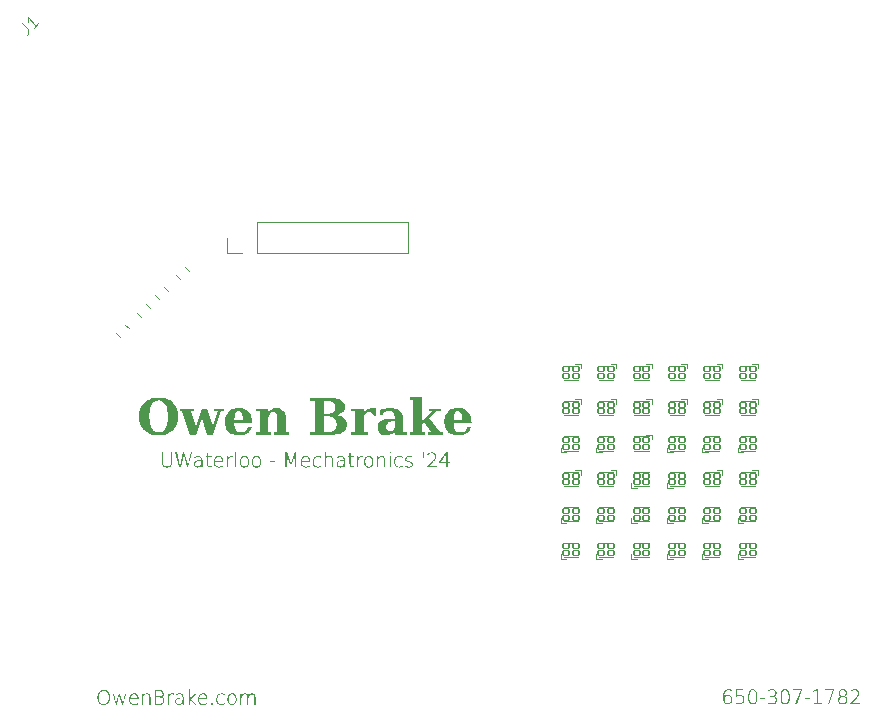
<source format=gto>
%TF.GenerationSoftware,KiCad,Pcbnew,8.0.5*%
%TF.CreationDate,2024-11-01T13:05:59-07:00*%
%TF.ProjectId,bizcard,62697a63-6172-4642-9e6b-696361645f70,rev?*%
%TF.SameCoordinates,Original*%
%TF.FileFunction,Legend,Top*%
%TF.FilePolarity,Positive*%
%FSLAX46Y46*%
G04 Gerber Fmt 4.6, Leading zero omitted, Abs format (unit mm)*
G04 Created by KiCad (PCBNEW 8.0.5) date 2024-11-01 13:05:59*
%MOMM*%
%LPD*%
G01*
G04 APERTURE LIST*
G04 Aperture macros list*
%AMRoundRect*
0 Rectangle with rounded corners*
0 $1 Rounding radius*
0 $2 $3 $4 $5 $6 $7 $8 $9 X,Y pos of 4 corners*
0 Add a 4 corners polygon primitive as box body*
4,1,4,$2,$3,$4,$5,$6,$7,$8,$9,$2,$3,0*
0 Add four circle primitives for the rounded corners*
1,1,$1+$1,$2,$3*
1,1,$1+$1,$4,$5*
1,1,$1+$1,$6,$7*
1,1,$1+$1,$8,$9*
0 Add four rect primitives between the rounded corners*
20,1,$1+$1,$2,$3,$4,$5,0*
20,1,$1+$1,$4,$5,$6,$7,0*
20,1,$1+$1,$6,$7,$8,$9,0*
20,1,$1+$1,$8,$9,$2,$3,0*%
G04 Aperture macros list end*
%ADD10C,0.300000*%
%ADD11C,0.400000*%
%ADD12C,0.100000*%
%ADD13C,0.120000*%
%ADD14RoundRect,0.045200X-0.255800X-0.180800X0.255800X-0.180800X0.255800X0.180800X-0.255800X0.180800X0*%
%ADD15RoundRect,0.045200X0.255800X0.180800X-0.255800X0.180800X-0.255800X-0.180800X0.255800X-0.180800X0*%
%ADD16R,1.700000X1.700000*%
%ADD17O,1.700000X1.700000*%
%ADD18RoundRect,0.200000X-0.335876X-0.053033X-0.053033X-0.335876X0.335876X0.053033X0.053033X0.335876X0*%
%ADD19RoundRect,0.250000X2.262742X-2.616295X2.616295X-2.262742X-2.262742X2.616295X-2.616295X2.262742X0*%
%ADD20RoundRect,0.250000X1.909188X-2.262742X2.262742X-1.909188X-1.909188X2.262742X-2.262742X1.909188X0*%
G04 APERTURE END LIST*
D10*
G36*
X80747843Y-81196551D02*
G01*
X80848960Y-81196551D01*
X80848960Y-81953606D01*
X80850928Y-82022588D01*
X80856831Y-82085188D01*
X80869110Y-82151882D01*
X80887056Y-82209385D01*
X80915156Y-82264856D01*
X80929560Y-82284799D01*
X80975081Y-82328012D01*
X81033095Y-82358878D01*
X81094105Y-82375758D01*
X81154012Y-82382703D01*
X81186601Y-82383571D01*
X81249823Y-82380099D01*
X81314752Y-82367270D01*
X81370173Y-82344988D01*
X81421867Y-82307949D01*
X81443056Y-82284799D01*
X81474462Y-82234690D01*
X81498154Y-82172071D01*
X81512322Y-82108441D01*
X81519800Y-82048394D01*
X81523342Y-81981965D01*
X81523656Y-81953606D01*
X81523656Y-81196551D01*
X81624773Y-81196551D01*
X81624773Y-81974122D01*
X81623037Y-82033304D01*
X81615986Y-82102064D01*
X81603511Y-82165029D01*
X81585612Y-82222198D01*
X81556974Y-82283149D01*
X81520525Y-82335754D01*
X81513691Y-82343711D01*
X81468347Y-82386640D01*
X81415625Y-82420688D01*
X81355525Y-82445854D01*
X81288047Y-82462138D01*
X81226181Y-82468923D01*
X81186601Y-82470033D01*
X81121491Y-82466949D01*
X81061534Y-82457697D01*
X80996385Y-82438452D01*
X80938655Y-82410326D01*
X80888344Y-82373317D01*
X80858925Y-82343711D01*
X80821175Y-82292496D01*
X80791235Y-82232936D01*
X80772251Y-82176926D01*
X80758691Y-82115121D01*
X80750555Y-82047520D01*
X80747843Y-81974122D01*
X80747843Y-81196551D01*
G37*
G36*
X81902037Y-81196551D02*
G01*
X82006378Y-81196551D01*
X82280125Y-82300333D01*
X82552993Y-81196551D01*
X82671695Y-81196551D01*
X82942805Y-82293885D01*
X83215966Y-81196551D01*
X83320014Y-81196551D01*
X83009630Y-82446000D01*
X82877153Y-82446000D01*
X82612491Y-81379147D01*
X82348416Y-82446000D01*
X82211835Y-82446000D01*
X81902037Y-81196551D01*
G37*
G36*
X83894087Y-81485304D02*
G01*
X83959525Y-81498514D01*
X84019325Y-81521456D01*
X84073487Y-81554132D01*
X84108723Y-81583431D01*
X84150012Y-81636591D01*
X84176463Y-81698673D01*
X84191946Y-81763451D01*
X84199780Y-81825587D01*
X84203006Y-81895136D01*
X84203098Y-81909935D01*
X84203098Y-82446000D01*
X84109309Y-82446000D01*
X84118688Y-82186027D01*
X84100005Y-82242184D01*
X84074203Y-82300656D01*
X84039440Y-82356579D01*
X83993562Y-82404280D01*
X83954850Y-82428707D01*
X83896150Y-82452235D01*
X83837728Y-82465997D01*
X83784857Y-82470033D01*
X83725898Y-82466387D01*
X83665489Y-82453289D01*
X83606419Y-82427168D01*
X83561814Y-82393829D01*
X83522144Y-82345024D01*
X83495456Y-82284998D01*
X83482634Y-82222222D01*
X83479844Y-82171080D01*
X83575882Y-82171080D01*
X83580913Y-82231742D01*
X83600727Y-82291087D01*
X83639483Y-82337263D01*
X83690825Y-82366911D01*
X83749008Y-82382875D01*
X83791598Y-82385916D01*
X83851048Y-82380939D01*
X83912047Y-82362552D01*
X83964041Y-82330618D01*
X84007031Y-82285135D01*
X84032226Y-82244353D01*
X84057924Y-82190686D01*
X84081185Y-82129664D01*
X84097210Y-82070352D01*
X84106662Y-82004663D01*
X84107843Y-81972657D01*
X84107843Y-81924883D01*
X83911179Y-81924883D01*
X83847291Y-81927088D01*
X83781845Y-81935234D01*
X83719036Y-81951895D01*
X83663660Y-81980009D01*
X83653552Y-81987605D01*
X83612593Y-82032473D01*
X83586805Y-82088675D01*
X83576565Y-82148948D01*
X83575882Y-82171080D01*
X83479844Y-82171080D01*
X83479748Y-82169321D01*
X83484825Y-82107528D01*
X83503061Y-82043844D01*
X83534559Y-81987562D01*
X83579320Y-81938679D01*
X83585848Y-81933090D01*
X83638435Y-81898600D01*
X83693534Y-81875780D01*
X83757886Y-81859184D01*
X83818580Y-81850108D01*
X83885701Y-81845354D01*
X83929058Y-81844576D01*
X84107843Y-81844576D01*
X84107843Y-81839007D01*
X84102488Y-81775292D01*
X84086421Y-81718347D01*
X84056007Y-81663015D01*
X84040139Y-81643222D01*
X83989856Y-81603191D01*
X83929722Y-81579840D01*
X83864436Y-81569165D01*
X83817976Y-81567311D01*
X83759408Y-81571392D01*
X83699769Y-81583633D01*
X83659414Y-81596327D01*
X83605470Y-81621997D01*
X83550728Y-81655153D01*
X83510230Y-81682203D01*
X83510230Y-81577277D01*
X83562737Y-81547423D01*
X83616146Y-81522597D01*
X83653552Y-81509279D01*
X83711300Y-81494751D01*
X83773236Y-81484984D01*
X83833510Y-81481729D01*
X83894087Y-81485304D01*
G37*
G36*
X84660321Y-81241980D02*
G01*
X84660321Y-81504004D01*
X84972756Y-81504004D01*
X84972756Y-81586949D01*
X84660321Y-81586949D01*
X84660321Y-82132392D01*
X84663368Y-82195672D01*
X84676063Y-82254673D01*
X84686113Y-82275127D01*
X84724203Y-82321495D01*
X84777078Y-82352665D01*
X84835124Y-82362969D01*
X84841451Y-82363055D01*
X84972756Y-82363055D01*
X84972756Y-82446000D01*
X84845554Y-82446000D01*
X84782816Y-82440598D01*
X84725503Y-82424392D01*
X84668184Y-82393715D01*
X84647132Y-82377709D01*
X84607461Y-82330576D01*
X84583098Y-82274316D01*
X84570195Y-82213999D01*
X84565387Y-82154061D01*
X84565066Y-82132392D01*
X84565066Y-81586949D01*
X84454571Y-81586949D01*
X84454571Y-81504004D01*
X84565066Y-81504004D01*
X84565066Y-81241980D01*
X84660321Y-81241980D01*
G37*
G36*
X85649864Y-81486067D02*
G01*
X85710073Y-81499081D01*
X85772244Y-81525229D01*
X85825719Y-81563186D01*
X85864633Y-81605120D01*
X85896308Y-81655730D01*
X85921429Y-81711718D01*
X85939997Y-81773086D01*
X85952011Y-81839831D01*
X85957017Y-81899562D01*
X85957836Y-81937193D01*
X85957836Y-81994346D01*
X85257055Y-81994346D01*
X85259108Y-82056743D01*
X85266994Y-82123706D01*
X85280795Y-82182033D01*
X85304371Y-82239169D01*
X85341172Y-82290075D01*
X85393361Y-82332005D01*
X85448432Y-82358867D01*
X85512284Y-82376556D01*
X85574001Y-82384418D01*
X85618730Y-82385916D01*
X85679128Y-82379960D01*
X85737483Y-82367369D01*
X85747397Y-82364813D01*
X85804702Y-82346946D01*
X85859381Y-82324872D01*
X85916523Y-82297246D01*
X85922372Y-82294178D01*
X85922372Y-82395881D01*
X85867378Y-82417439D01*
X85807214Y-82436789D01*
X85747397Y-82451568D01*
X85687359Y-82462820D01*
X85626454Y-82469582D01*
X85609644Y-82470033D01*
X85544211Y-82467142D01*
X85484015Y-82458470D01*
X85418695Y-82440431D01*
X85360917Y-82414066D01*
X85310681Y-82379376D01*
X85281381Y-82351624D01*
X85240742Y-82300513D01*
X85208512Y-82241261D01*
X85188075Y-82185667D01*
X85173478Y-82124420D01*
X85164720Y-82057520D01*
X85161800Y-81984967D01*
X85163508Y-81924434D01*
X85164827Y-81911108D01*
X85261158Y-81911108D01*
X85862289Y-81911108D01*
X85859311Y-81846512D01*
X85850377Y-81788573D01*
X85832427Y-81729390D01*
X85801987Y-81672846D01*
X85777585Y-81643515D01*
X85728429Y-81603330D01*
X85669256Y-81578028D01*
X85607434Y-81567981D01*
X85585024Y-81567311D01*
X85520636Y-81572312D01*
X85461706Y-81587315D01*
X85408235Y-81612319D01*
X85360223Y-81647325D01*
X85318971Y-81698170D01*
X85291100Y-81758703D01*
X85273505Y-81823510D01*
X85263468Y-81887855D01*
X85261158Y-81911108D01*
X85164827Y-81911108D01*
X85170448Y-81854307D01*
X85182725Y-81790333D01*
X85200341Y-81732514D01*
X85228526Y-81671253D01*
X85264397Y-81618854D01*
X85271123Y-81610982D01*
X85316299Y-81567056D01*
X85367637Y-81532218D01*
X85425137Y-81506469D01*
X85488799Y-81489807D01*
X85558622Y-81482234D01*
X85583266Y-81481729D01*
X85649864Y-81486067D01*
G37*
G36*
X86772337Y-81593690D02*
G01*
X86717281Y-81573237D01*
X86711668Y-81572001D01*
X86652747Y-81567385D01*
X86642498Y-81567311D01*
X86577413Y-81573595D01*
X86518154Y-81592444D01*
X86464720Y-81623860D01*
X86417111Y-81667842D01*
X86383107Y-81723133D01*
X86364354Y-81779217D01*
X86352333Y-81846744D01*
X86347387Y-81913734D01*
X86346769Y-81950382D01*
X86346769Y-82446000D01*
X86253859Y-82446000D01*
X86253859Y-81504004D01*
X86346769Y-81504004D01*
X86346769Y-81646739D01*
X86385058Y-81597290D01*
X86431629Y-81557079D01*
X86435868Y-81553829D01*
X86485309Y-81522285D01*
X86545966Y-81497571D01*
X86604360Y-81485179D01*
X86658911Y-81481729D01*
X86715478Y-81484073D01*
X86772337Y-81491987D01*
X86772337Y-81593690D01*
G37*
G36*
X86942917Y-81144674D02*
G01*
X87037292Y-81144674D01*
X87037292Y-82446000D01*
X86942917Y-82446000D01*
X86942917Y-81144674D01*
G37*
G36*
X87809473Y-81486489D02*
G01*
X87869360Y-81500771D01*
X87923889Y-81524573D01*
X87973060Y-81557896D01*
X88016872Y-81600740D01*
X88030286Y-81617137D01*
X88066044Y-81670975D01*
X88094404Y-81730934D01*
X88115366Y-81797014D01*
X88127183Y-81856756D01*
X88133862Y-81920748D01*
X88135506Y-81975002D01*
X88132937Y-82044469D01*
X88125230Y-82109257D01*
X88112386Y-82169365D01*
X88090191Y-82235317D01*
X88060598Y-82294531D01*
X88030286Y-82338728D01*
X87988259Y-82384746D01*
X87940875Y-82421242D01*
X87888132Y-82448218D01*
X87830031Y-82465673D01*
X87766572Y-82473607D01*
X87744229Y-82474136D01*
X87678455Y-82469396D01*
X87618080Y-82455177D01*
X87563105Y-82431478D01*
X87513529Y-82398299D01*
X87469352Y-82355640D01*
X87455827Y-82339314D01*
X87420467Y-82285785D01*
X87392423Y-82225434D01*
X87371695Y-82158263D01*
X87360009Y-82097076D01*
X87353405Y-82031151D01*
X87351779Y-81975002D01*
X87351812Y-81974122D01*
X87449672Y-81974122D01*
X87452474Y-82043705D01*
X87460882Y-82107374D01*
X87474896Y-82165127D01*
X87498329Y-82225032D01*
X87529393Y-82276886D01*
X87572440Y-82324586D01*
X87622742Y-82358658D01*
X87680298Y-82379101D01*
X87745108Y-82385916D01*
X87809661Y-82379101D01*
X87867034Y-82358658D01*
X87917226Y-82324586D01*
X87960237Y-82276886D01*
X87991643Y-82224431D01*
X88015335Y-82164262D01*
X88029503Y-82106549D01*
X88038003Y-82043169D01*
X88040837Y-81974122D01*
X88038003Y-81907067D01*
X88029503Y-81845267D01*
X88012422Y-81779809D01*
X87987628Y-81721504D01*
X87960237Y-81677221D01*
X87917226Y-81629135D01*
X87867034Y-81594789D01*
X87809661Y-81574181D01*
X87745108Y-81567311D01*
X87680573Y-81574126D01*
X87623255Y-81594569D01*
X87573155Y-81628641D01*
X87530272Y-81676341D01*
X87498866Y-81728057D01*
X87475174Y-81787290D01*
X87459196Y-81854041D01*
X87451639Y-81917239D01*
X87449672Y-81974122D01*
X87351812Y-81974122D01*
X87354348Y-81906885D01*
X87362055Y-81843219D01*
X87374899Y-81784004D01*
X87397094Y-81718821D01*
X87426687Y-81660047D01*
X87456999Y-81615965D01*
X87499245Y-81570345D01*
X87546850Y-81534165D01*
X87599812Y-81507422D01*
X87658133Y-81490118D01*
X87721812Y-81482253D01*
X87744229Y-81481729D01*
X87809473Y-81486489D01*
G37*
G36*
X88836466Y-81486489D02*
G01*
X88896353Y-81500771D01*
X88950881Y-81524573D01*
X89000052Y-81557896D01*
X89043865Y-81600740D01*
X89057278Y-81617137D01*
X89093036Y-81670975D01*
X89121396Y-81730934D01*
X89142358Y-81797014D01*
X89154175Y-81856756D01*
X89160854Y-81920748D01*
X89162498Y-81975002D01*
X89159929Y-82044469D01*
X89152223Y-82109257D01*
X89139378Y-82169365D01*
X89117184Y-82235317D01*
X89087590Y-82294531D01*
X89057278Y-82338728D01*
X89015252Y-82384746D01*
X88967867Y-82421242D01*
X88915124Y-82448218D01*
X88857023Y-82465673D01*
X88793565Y-82473607D01*
X88771221Y-82474136D01*
X88705447Y-82469396D01*
X88645073Y-82455177D01*
X88590097Y-82431478D01*
X88540521Y-82398299D01*
X88496345Y-82355640D01*
X88482819Y-82339314D01*
X88447459Y-82285785D01*
X88419415Y-82225434D01*
X88398687Y-82158263D01*
X88387002Y-82097076D01*
X88380397Y-82031151D01*
X88378771Y-81975002D01*
X88378804Y-81974122D01*
X88476664Y-81974122D01*
X88479467Y-82043705D01*
X88487875Y-82107374D01*
X88501888Y-82165127D01*
X88525322Y-82225032D01*
X88556385Y-82276886D01*
X88599433Y-82324586D01*
X88649735Y-82358658D01*
X88707290Y-82379101D01*
X88772100Y-82385916D01*
X88836654Y-82379101D01*
X88894026Y-82358658D01*
X88944218Y-82324586D01*
X88987229Y-82276886D01*
X89018635Y-82224431D01*
X89042327Y-82164262D01*
X89056495Y-82106549D01*
X89064996Y-82043169D01*
X89067829Y-81974122D01*
X89064996Y-81907067D01*
X89056495Y-81845267D01*
X89039415Y-81779809D01*
X89014621Y-81721504D01*
X88987229Y-81677221D01*
X88944218Y-81629135D01*
X88894026Y-81594789D01*
X88836654Y-81574181D01*
X88772100Y-81567311D01*
X88707565Y-81574126D01*
X88650247Y-81594569D01*
X88600147Y-81628641D01*
X88557264Y-81676341D01*
X88525858Y-81728057D01*
X88502166Y-81787290D01*
X88486188Y-81854041D01*
X88478632Y-81917239D01*
X88476664Y-81974122D01*
X88378804Y-81974122D01*
X88381340Y-81906885D01*
X88389047Y-81843219D01*
X88401891Y-81784004D01*
X88424086Y-81718821D01*
X88453679Y-81660047D01*
X88483991Y-81615965D01*
X88526238Y-81570345D01*
X88573842Y-81534165D01*
X88626805Y-81507422D01*
X88685125Y-81490118D01*
X88748804Y-81482253D01*
X88771221Y-81481729D01*
X88836466Y-81486489D01*
G37*
G36*
X89887899Y-81931038D02*
G01*
X90350984Y-81931038D01*
X90350984Y-82017207D01*
X89887899Y-82017207D01*
X89887899Y-81931038D01*
G37*
G36*
X91216189Y-81196551D02*
G01*
X91346615Y-81196551D01*
X91682205Y-82091652D01*
X92019553Y-81196551D01*
X92149099Y-81196551D01*
X92149099Y-82446000D01*
X92046517Y-82446000D01*
X92046517Y-81407577D01*
X91745806Y-82209475D01*
X91618897Y-82209475D01*
X91319065Y-81407870D01*
X91319065Y-82446000D01*
X91216189Y-82446000D01*
X91216189Y-81196551D01*
G37*
G36*
X93015837Y-81486067D02*
G01*
X93076047Y-81499081D01*
X93138217Y-81525229D01*
X93191692Y-81563186D01*
X93230607Y-81605120D01*
X93262281Y-81655730D01*
X93287402Y-81711718D01*
X93305970Y-81773086D01*
X93317985Y-81839831D01*
X93322991Y-81899562D01*
X93323810Y-81937193D01*
X93323810Y-81994346D01*
X92623028Y-81994346D01*
X92625082Y-82056743D01*
X92632968Y-82123706D01*
X92646768Y-82182033D01*
X92670344Y-82239169D01*
X92707146Y-82290075D01*
X92759334Y-82332005D01*
X92814406Y-82358867D01*
X92878257Y-82376556D01*
X92939975Y-82384418D01*
X92984703Y-82385916D01*
X93045102Y-82379960D01*
X93103457Y-82367369D01*
X93113370Y-82364813D01*
X93170675Y-82346946D01*
X93225355Y-82324872D01*
X93282496Y-82297246D01*
X93288346Y-82294178D01*
X93288346Y-82395881D01*
X93233351Y-82417439D01*
X93173188Y-82436789D01*
X93113370Y-82451568D01*
X93053332Y-82462820D01*
X92992427Y-82469582D01*
X92975617Y-82470033D01*
X92910184Y-82467142D01*
X92849989Y-82458470D01*
X92784668Y-82440431D01*
X92726890Y-82414066D01*
X92676655Y-82379376D01*
X92647355Y-82351624D01*
X92606716Y-82300513D01*
X92574485Y-82241261D01*
X92554049Y-82185667D01*
X92539451Y-82124420D01*
X92530693Y-82057520D01*
X92527774Y-81984967D01*
X92529482Y-81924434D01*
X92530801Y-81911108D01*
X92627132Y-81911108D01*
X93228262Y-81911108D01*
X93225284Y-81846512D01*
X93216351Y-81788573D01*
X93198401Y-81729390D01*
X93167961Y-81672846D01*
X93143559Y-81643515D01*
X93094403Y-81603330D01*
X93035229Y-81578028D01*
X92973408Y-81567981D01*
X92950998Y-81567311D01*
X92886609Y-81572312D01*
X92827679Y-81587315D01*
X92774209Y-81612319D01*
X92726196Y-81647325D01*
X92684944Y-81698170D01*
X92657073Y-81758703D01*
X92639478Y-81823510D01*
X92629442Y-81887855D01*
X92627132Y-81911108D01*
X92530801Y-81911108D01*
X92536421Y-81854307D01*
X92548699Y-81790333D01*
X92566314Y-81732514D01*
X92594499Y-81671253D01*
X92630371Y-81618854D01*
X92637097Y-81610982D01*
X92682273Y-81567056D01*
X92733611Y-81532218D01*
X92791111Y-81506469D01*
X92854772Y-81489807D01*
X92924595Y-81482234D01*
X92949239Y-81481729D01*
X93015837Y-81486067D01*
G37*
G36*
X94269323Y-81552364D02*
G01*
X94269323Y-81655239D01*
X94217474Y-81624973D01*
X94164709Y-81598574D01*
X94143880Y-81590466D01*
X94083981Y-81575474D01*
X94021855Y-81567877D01*
X94000265Y-81567311D01*
X93930970Y-81570804D01*
X93869487Y-81581284D01*
X93807627Y-81602339D01*
X93756398Y-81632903D01*
X93720949Y-81666669D01*
X93684276Y-81723144D01*
X93660782Y-81783950D01*
X93647030Y-81844531D01*
X93639171Y-81912922D01*
X93637125Y-81975881D01*
X93639171Y-82039269D01*
X93647030Y-82108100D01*
X93660782Y-82169038D01*
X93684276Y-82230156D01*
X93715792Y-82280531D01*
X93720949Y-82286851D01*
X93769950Y-82330192D01*
X93824216Y-82357957D01*
X93889113Y-82376241D01*
X93953201Y-82384368D01*
X94000265Y-82385916D01*
X94060603Y-82381987D01*
X94120169Y-82370202D01*
X94128053Y-82368037D01*
X94186540Y-82348282D01*
X94240781Y-82323580D01*
X94269323Y-82308540D01*
X94269323Y-82407018D01*
X94212698Y-82430598D01*
X94156654Y-82448469D01*
X94130984Y-82454792D01*
X94070340Y-82465211D01*
X94010482Y-82469795D01*
X93993524Y-82470033D01*
X93931097Y-82467292D01*
X93872778Y-82459071D01*
X93808217Y-82441969D01*
X93749570Y-82416975D01*
X93696837Y-82384089D01*
X93664968Y-82357779D01*
X93623333Y-82309883D01*
X93590312Y-82251043D01*
X93569375Y-82193652D01*
X93554420Y-82128660D01*
X93545447Y-82056070D01*
X93542576Y-81992527D01*
X93542456Y-81975881D01*
X93544370Y-81911117D01*
X93550113Y-81851207D01*
X93562675Y-81783146D01*
X93581220Y-81722670D01*
X93611369Y-81660112D01*
X93650133Y-81608475D01*
X93664968Y-81593690D01*
X93713758Y-81555640D01*
X93768462Y-81525463D01*
X93829080Y-81503159D01*
X93895613Y-81488726D01*
X93955575Y-81482713D01*
X93993524Y-81481729D01*
X94053823Y-81485431D01*
X94112628Y-81495500D01*
X94135966Y-81501073D01*
X94194455Y-81518446D01*
X94250843Y-81542456D01*
X94269323Y-81552364D01*
G37*
G36*
X95257041Y-81879454D02*
G01*
X95257041Y-82446000D01*
X95162372Y-82446000D01*
X95162372Y-81884436D01*
X95160342Y-81822478D01*
X95152843Y-81759441D01*
X95137506Y-81699590D01*
X95108186Y-81643067D01*
X95104633Y-81638533D01*
X95058005Y-81597984D01*
X95003233Y-81575727D01*
X94943857Y-81567590D01*
X94929365Y-81567311D01*
X94864811Y-81572294D01*
X94807439Y-81587242D01*
X94751478Y-81615969D01*
X94714236Y-81647032D01*
X94676124Y-81700335D01*
X94652718Y-81762195D01*
X94640322Y-81827503D01*
X94635702Y-81891787D01*
X94635394Y-81914918D01*
X94635394Y-82446000D01*
X94541019Y-82446000D01*
X94541019Y-81144674D01*
X94635394Y-81144674D01*
X94635394Y-81631792D01*
X94673447Y-81585852D01*
X94714236Y-81550605D01*
X94766343Y-81517310D01*
X94821536Y-81496863D01*
X94885082Y-81485025D01*
X94947536Y-81481729D01*
X95006621Y-81486595D01*
X95067483Y-81504076D01*
X95121238Y-81534269D01*
X95167886Y-81577174D01*
X95173217Y-81583431D01*
X95205879Y-81632158D01*
X95230518Y-81689860D01*
X95247136Y-81756539D01*
X95254994Y-81820836D01*
X95257041Y-81879454D01*
G37*
G36*
X95967109Y-81485304D02*
G01*
X96032547Y-81498514D01*
X96092347Y-81521456D01*
X96146509Y-81554132D01*
X96181744Y-81583431D01*
X96223034Y-81636591D01*
X96249484Y-81698673D01*
X96264968Y-81763451D01*
X96272802Y-81825587D01*
X96276028Y-81895136D01*
X96276120Y-81909935D01*
X96276120Y-82446000D01*
X96182330Y-82446000D01*
X96191709Y-82186027D01*
X96173026Y-82242184D01*
X96147225Y-82300656D01*
X96112461Y-82356579D01*
X96066583Y-82404280D01*
X96027871Y-82428707D01*
X95969172Y-82452235D01*
X95910749Y-82465997D01*
X95857878Y-82470033D01*
X95798920Y-82466387D01*
X95738511Y-82453289D01*
X95679441Y-82427168D01*
X95634836Y-82393829D01*
X95595165Y-82345024D01*
X95568478Y-82284998D01*
X95555655Y-82222222D01*
X95552866Y-82171080D01*
X95648904Y-82171080D01*
X95653935Y-82231742D01*
X95673748Y-82291087D01*
X95712505Y-82337263D01*
X95763846Y-82366911D01*
X95822030Y-82382875D01*
X95864619Y-82385916D01*
X95924070Y-82380939D01*
X95985068Y-82362552D01*
X96037062Y-82330618D01*
X96080053Y-82285135D01*
X96105247Y-82244353D01*
X96130946Y-82190686D01*
X96154207Y-82129664D01*
X96170231Y-82070352D01*
X96179683Y-82004663D01*
X96180865Y-81972657D01*
X96180865Y-81924883D01*
X95984201Y-81924883D01*
X95920312Y-81927088D01*
X95854866Y-81935234D01*
X95792058Y-81951895D01*
X95736682Y-81980009D01*
X95726573Y-81987605D01*
X95685615Y-82032473D01*
X95659826Y-82088675D01*
X95649587Y-82148948D01*
X95648904Y-82171080D01*
X95552866Y-82171080D01*
X95552770Y-82169321D01*
X95557847Y-82107528D01*
X95576083Y-82043844D01*
X95607581Y-81987562D01*
X95652342Y-81938679D01*
X95658869Y-81933090D01*
X95711456Y-81898600D01*
X95766555Y-81875780D01*
X95830907Y-81859184D01*
X95891602Y-81850108D01*
X95958723Y-81845354D01*
X96002079Y-81844576D01*
X96180865Y-81844576D01*
X96180865Y-81839007D01*
X96175510Y-81775292D01*
X96159443Y-81718347D01*
X96129029Y-81663015D01*
X96113161Y-81643222D01*
X96062877Y-81603191D01*
X96002743Y-81579840D01*
X95937457Y-81569165D01*
X95890998Y-81567311D01*
X95832430Y-81571392D01*
X95772790Y-81583633D01*
X95732435Y-81596327D01*
X95678491Y-81621997D01*
X95623749Y-81655153D01*
X95583252Y-81682203D01*
X95583252Y-81577277D01*
X95635758Y-81547423D01*
X95689167Y-81522597D01*
X95726573Y-81509279D01*
X95784321Y-81494751D01*
X95846258Y-81484984D01*
X95906531Y-81481729D01*
X95967109Y-81485304D01*
G37*
G36*
X96733342Y-81241980D02*
G01*
X96733342Y-81504004D01*
X97045778Y-81504004D01*
X97045778Y-81586949D01*
X96733342Y-81586949D01*
X96733342Y-82132392D01*
X96736390Y-82195672D01*
X96749085Y-82254673D01*
X96759134Y-82275127D01*
X96797225Y-82321495D01*
X96850100Y-82352665D01*
X96908146Y-82362969D01*
X96914473Y-82363055D01*
X97045778Y-82363055D01*
X97045778Y-82446000D01*
X96918576Y-82446000D01*
X96855838Y-82440598D01*
X96798524Y-82424392D01*
X96741205Y-82393715D01*
X96720153Y-82377709D01*
X96680483Y-82330576D01*
X96656120Y-82274316D01*
X96643217Y-82213999D01*
X96638408Y-82154061D01*
X96638088Y-82132392D01*
X96638088Y-81586949D01*
X96527592Y-81586949D01*
X96527592Y-81504004D01*
X96638088Y-81504004D01*
X96638088Y-81241980D01*
X96733342Y-81241980D01*
G37*
G36*
X97812505Y-81593690D02*
G01*
X97757448Y-81573237D01*
X97751835Y-81572001D01*
X97692914Y-81567385D01*
X97682665Y-81567311D01*
X97617581Y-81573595D01*
X97558321Y-81592444D01*
X97504887Y-81623860D01*
X97457278Y-81667842D01*
X97423275Y-81723133D01*
X97404522Y-81779217D01*
X97392500Y-81846744D01*
X97387554Y-81913734D01*
X97386936Y-81950382D01*
X97386936Y-82446000D01*
X97294026Y-82446000D01*
X97294026Y-81504004D01*
X97386936Y-81504004D01*
X97386936Y-81646739D01*
X97425226Y-81597290D01*
X97471796Y-81557079D01*
X97476036Y-81553829D01*
X97525477Y-81522285D01*
X97586134Y-81497571D01*
X97644528Y-81485179D01*
X97699079Y-81481729D01*
X97755645Y-81484073D01*
X97812505Y-81491987D01*
X97812505Y-81593690D01*
G37*
G36*
X98345524Y-81486489D02*
G01*
X98405411Y-81500771D01*
X98459939Y-81524573D01*
X98509110Y-81557896D01*
X98552923Y-81600740D01*
X98566336Y-81617137D01*
X98602094Y-81670975D01*
X98630454Y-81730934D01*
X98651416Y-81797014D01*
X98663233Y-81856756D01*
X98669912Y-81920748D01*
X98671556Y-81975002D01*
X98668987Y-82044469D01*
X98661280Y-82109257D01*
X98648436Y-82169365D01*
X98626241Y-82235317D01*
X98596648Y-82294531D01*
X98566336Y-82338728D01*
X98524309Y-82384746D01*
X98476925Y-82421242D01*
X98424182Y-82448218D01*
X98366081Y-82465673D01*
X98302622Y-82473607D01*
X98280279Y-82474136D01*
X98214505Y-82469396D01*
X98154130Y-82455177D01*
X98099155Y-82431478D01*
X98049579Y-82398299D01*
X98005403Y-82355640D01*
X97991877Y-82339314D01*
X97956517Y-82285785D01*
X97928473Y-82225434D01*
X97907745Y-82158263D01*
X97896060Y-82097076D01*
X97889455Y-82031151D01*
X97887829Y-81975002D01*
X97887862Y-81974122D01*
X97985722Y-81974122D01*
X97988525Y-82043705D01*
X97996933Y-82107374D01*
X98010946Y-82165127D01*
X98034380Y-82225032D01*
X98065443Y-82276886D01*
X98108491Y-82324586D01*
X98158792Y-82358658D01*
X98216348Y-82379101D01*
X98281158Y-82385916D01*
X98345711Y-82379101D01*
X98403084Y-82358658D01*
X98453276Y-82324586D01*
X98496287Y-82276886D01*
X98527693Y-82224431D01*
X98551385Y-82164262D01*
X98565553Y-82106549D01*
X98574054Y-82043169D01*
X98576887Y-81974122D01*
X98574054Y-81907067D01*
X98565553Y-81845267D01*
X98548473Y-81779809D01*
X98523679Y-81721504D01*
X98496287Y-81677221D01*
X98453276Y-81629135D01*
X98403084Y-81594789D01*
X98345711Y-81574181D01*
X98281158Y-81567311D01*
X98216623Y-81574126D01*
X98159305Y-81594569D01*
X98109205Y-81628641D01*
X98066322Y-81676341D01*
X98034916Y-81728057D01*
X98011224Y-81787290D01*
X97995246Y-81854041D01*
X97987690Y-81917239D01*
X97985722Y-81974122D01*
X97887862Y-81974122D01*
X97890398Y-81906885D01*
X97898105Y-81843219D01*
X97910949Y-81784004D01*
X97933144Y-81718821D01*
X97962737Y-81660047D01*
X97993049Y-81615965D01*
X98035296Y-81570345D01*
X98082900Y-81534165D01*
X98135863Y-81507422D01*
X98194183Y-81490118D01*
X98257862Y-81482253D01*
X98280279Y-81481729D01*
X98345524Y-81486489D01*
G37*
G36*
X99688583Y-81879454D02*
G01*
X99688583Y-82446000D01*
X99593915Y-82446000D01*
X99593915Y-81884436D01*
X99591967Y-81821912D01*
X99584772Y-81758447D01*
X99570058Y-81698418D01*
X99541928Y-81642136D01*
X99538520Y-81637653D01*
X99494307Y-81597605D01*
X99437833Y-81574181D01*
X99375855Y-81567311D01*
X99314415Y-81572111D01*
X99257592Y-81586509D01*
X99199184Y-81614180D01*
X99157795Y-81644101D01*
X99118044Y-81690043D01*
X99089651Y-81750494D01*
X99074123Y-81815289D01*
X99067735Y-81879668D01*
X99066936Y-81914918D01*
X99066936Y-82446000D01*
X98972561Y-82446000D01*
X98972561Y-81504004D01*
X99066936Y-81504004D01*
X99066936Y-81645567D01*
X99101741Y-81596987D01*
X99150347Y-81556042D01*
X99158674Y-81550312D01*
X99209818Y-81520307D01*
X99270509Y-81496798D01*
X99334538Y-81484140D01*
X99379079Y-81481729D01*
X99438149Y-81486343D01*
X99498961Y-81502916D01*
X99552629Y-81531543D01*
X99599153Y-81572223D01*
X99604466Y-81578156D01*
X99641267Y-81632598D01*
X99664843Y-81691654D01*
X99678643Y-81750758D01*
X99686529Y-81817693D01*
X99688583Y-81879454D01*
G37*
G36*
X100035310Y-81504004D02*
G01*
X100129979Y-81504004D01*
X100129979Y-82446000D01*
X100035310Y-82446000D01*
X100035310Y-81504004D01*
G37*
G36*
X100035310Y-81144674D02*
G01*
X100129979Y-81144674D01*
X100129979Y-81267186D01*
X100035310Y-81267186D01*
X100035310Y-81144674D01*
G37*
G36*
X101154626Y-81552364D02*
G01*
X101154626Y-81655239D01*
X101102778Y-81624973D01*
X101050012Y-81598574D01*
X101029183Y-81590466D01*
X100969284Y-81575474D01*
X100907158Y-81567877D01*
X100885568Y-81567311D01*
X100816274Y-81570804D01*
X100754790Y-81581284D01*
X100692930Y-81602339D01*
X100641701Y-81632903D01*
X100606252Y-81666669D01*
X100569579Y-81723144D01*
X100546086Y-81783950D01*
X100532333Y-81844531D01*
X100524475Y-81912922D01*
X100522428Y-81975881D01*
X100524475Y-82039269D01*
X100532333Y-82108100D01*
X100546086Y-82169038D01*
X100569579Y-82230156D01*
X100601095Y-82280531D01*
X100606252Y-82286851D01*
X100655254Y-82330192D01*
X100709520Y-82357957D01*
X100774417Y-82376241D01*
X100838504Y-82384368D01*
X100885568Y-82385916D01*
X100945907Y-82381987D01*
X101005473Y-82370202D01*
X101013356Y-82368037D01*
X101071844Y-82348282D01*
X101126084Y-82323580D01*
X101154626Y-82308540D01*
X101154626Y-82407018D01*
X101098002Y-82430598D01*
X101041958Y-82448469D01*
X101016287Y-82454792D01*
X100955644Y-82465211D01*
X100895785Y-82469795D01*
X100878827Y-82470033D01*
X100816401Y-82467292D01*
X100758082Y-82459071D01*
X100693520Y-82441969D01*
X100634873Y-82416975D01*
X100582141Y-82384089D01*
X100550272Y-82357779D01*
X100508637Y-82309883D01*
X100475616Y-82251043D01*
X100454679Y-82193652D01*
X100439724Y-82128660D01*
X100430751Y-82056070D01*
X100427879Y-81992527D01*
X100427760Y-81975881D01*
X100429674Y-81911117D01*
X100435417Y-81851207D01*
X100447979Y-81783146D01*
X100466523Y-81722670D01*
X100496673Y-81660112D01*
X100535436Y-81608475D01*
X100550272Y-81593690D01*
X100599061Y-81555640D01*
X100653765Y-81525463D01*
X100714384Y-81503159D01*
X100780916Y-81488726D01*
X100840879Y-81482713D01*
X100878827Y-81481729D01*
X100939126Y-81485431D01*
X100997931Y-81495500D01*
X101021270Y-81501073D01*
X101079758Y-81518446D01*
X101136146Y-81542456D01*
X101154626Y-81552364D01*
G37*
G36*
X101967662Y-81534485D02*
G01*
X101967662Y-81639705D01*
X101912548Y-81609782D01*
X101858628Y-81584201D01*
X101855994Y-81583431D01*
X101796845Y-81573029D01*
X101735685Y-81568076D01*
X101715017Y-81567311D01*
X101654878Y-81570444D01*
X101595499Y-81581456D01*
X101539800Y-81602992D01*
X101516008Y-81617430D01*
X101479744Y-81663696D01*
X101464824Y-81721481D01*
X101462959Y-81756648D01*
X101475415Y-81814827D01*
X101512784Y-81858644D01*
X101565725Y-81889364D01*
X101622913Y-81910521D01*
X101671640Y-81923124D01*
X101723517Y-81934555D01*
X101786183Y-81950767D01*
X101847093Y-81972727D01*
X101902860Y-82001750D01*
X101926043Y-82018086D01*
X101969469Y-82061008D01*
X101999914Y-82116817D01*
X102011844Y-82175367D01*
X102012212Y-82181631D01*
X102007174Y-82245690D01*
X101992062Y-82302458D01*
X101963017Y-82357608D01*
X101931612Y-82394122D01*
X101882647Y-82427333D01*
X101821043Y-82451055D01*
X101756771Y-82464028D01*
X101693978Y-82469366D01*
X101659916Y-82470033D01*
X101600061Y-82468631D01*
X101540930Y-82463245D01*
X101502233Y-82455672D01*
X101443913Y-82437720D01*
X101385440Y-82417835D01*
X101361842Y-82409363D01*
X101361842Y-82291833D01*
X101413261Y-82320795D01*
X101466675Y-82348951D01*
X101503991Y-82364813D01*
X101564016Y-82377673D01*
X101623628Y-82384597D01*
X101663140Y-82385916D01*
X101723755Y-82382618D01*
X101781656Y-82371026D01*
X101837626Y-82345524D01*
X101853942Y-82333159D01*
X101893414Y-82284352D01*
X101912762Y-82224614D01*
X101914905Y-82193355D01*
X101906276Y-82135214D01*
X101875631Y-82090187D01*
X101825700Y-82059316D01*
X101765342Y-82034678D01*
X101706792Y-82017317D01*
X101682484Y-82011345D01*
X101629728Y-81999035D01*
X101567527Y-81981565D01*
X101508749Y-81957911D01*
X101456655Y-81926735D01*
X101448597Y-81920487D01*
X101406402Y-81877284D01*
X101378038Y-81823480D01*
X101368583Y-81763096D01*
X101373155Y-81701483D01*
X101389577Y-81640960D01*
X101422329Y-81585483D01*
X101464131Y-81547381D01*
X101521169Y-81515645D01*
X101577396Y-81496154D01*
X101638827Y-81484870D01*
X101696845Y-81481729D01*
X101756379Y-81482726D01*
X101818375Y-81487156D01*
X101857753Y-81494332D01*
X101915339Y-81513255D01*
X101967662Y-81534485D01*
G37*
G36*
X102931347Y-81196551D02*
G01*
X102931347Y-81672824D01*
X102833454Y-81672824D01*
X102833454Y-81196551D01*
X102931347Y-81196551D01*
G37*
G36*
X103339330Y-82360417D02*
G01*
X104028681Y-82360417D01*
X104028681Y-82446000D01*
X103221800Y-82446000D01*
X103221800Y-82346348D01*
X103531305Y-82024534D01*
X103573197Y-81981848D01*
X103620171Y-81933610D01*
X103665096Y-81887056D01*
X103707974Y-81842184D01*
X103737348Y-81811163D01*
X103780496Y-81763513D01*
X103817888Y-81718290D01*
X103849895Y-81671652D01*
X103870998Y-81615012D01*
X103877922Y-81552830D01*
X103878032Y-81542985D01*
X103872756Y-81477094D01*
X103856929Y-81418055D01*
X103826512Y-81359824D01*
X103793621Y-81320528D01*
X103742739Y-81286487D01*
X103680916Y-81267803D01*
X103620781Y-81261263D01*
X103595785Y-81260738D01*
X103531873Y-81267332D01*
X103473323Y-81282903D01*
X103416517Y-81304747D01*
X103409965Y-81307632D01*
X103353873Y-81337822D01*
X103301640Y-81369612D01*
X103244583Y-81406006D01*
X103236748Y-81411094D01*
X103236748Y-81301478D01*
X103290451Y-81268267D01*
X103343587Y-81240913D01*
X103382414Y-81222929D01*
X103442167Y-81199766D01*
X103501734Y-81184021D01*
X103561116Y-81175696D01*
X103594026Y-81174276D01*
X103653061Y-81177212D01*
X103717247Y-81188062D01*
X103776384Y-81206905D01*
X103830472Y-81233743D01*
X103866015Y-81257807D01*
X103908270Y-81299912D01*
X103940147Y-81352367D01*
X103961645Y-81415172D01*
X103971811Y-81477243D01*
X103974459Y-81534778D01*
X103969718Y-81596482D01*
X103955497Y-81655380D01*
X103945736Y-81681617D01*
X103918061Y-81737307D01*
X103885088Y-81788415D01*
X103849050Y-81834803D01*
X103840223Y-81845162D01*
X103796919Y-81891690D01*
X103752789Y-81937633D01*
X103708625Y-81983208D01*
X103339330Y-82360417D01*
G37*
G36*
X104954850Y-82034792D02*
G01*
X105130411Y-82034792D01*
X105130411Y-82119496D01*
X104954850Y-82119496D01*
X104954850Y-82446000D01*
X104852268Y-82446000D01*
X104852268Y-82119496D01*
X104255240Y-82119496D01*
X104255240Y-82034792D01*
X104367788Y-82034792D01*
X104852268Y-82034792D01*
X104852268Y-81283306D01*
X104367788Y-82034792D01*
X104255240Y-82034792D01*
X104255240Y-82021896D01*
X104792184Y-81196551D01*
X104954850Y-81196551D01*
X104954850Y-82034792D01*
G37*
G36*
X128803162Y-101227833D02*
G01*
X128858765Y-101236879D01*
X128916021Y-101251768D01*
X128974108Y-101271707D01*
X128987139Y-101276739D01*
X128987139Y-101386942D01*
X128931880Y-101356523D01*
X128877672Y-101332962D01*
X128859644Y-101326858D01*
X128799416Y-101312908D01*
X128747097Y-101308979D01*
X128675858Y-101314732D01*
X128611617Y-101331992D01*
X128554374Y-101360757D01*
X128504129Y-101401028D01*
X128460882Y-101452806D01*
X128424634Y-101516090D01*
X128412094Y-101544625D01*
X128393024Y-101605496D01*
X128381117Y-101670149D01*
X128374461Y-101734027D01*
X128371417Y-101793225D01*
X128370648Y-101857846D01*
X128370768Y-101871422D01*
X128403771Y-101820344D01*
X128446646Y-101777014D01*
X128462505Y-101763857D01*
X128514450Y-101730562D01*
X128573675Y-101708164D01*
X128632431Y-101697402D01*
X128680272Y-101694981D01*
X128747333Y-101700366D01*
X128809261Y-101716523D01*
X128866056Y-101743451D01*
X128917718Y-101781150D01*
X128944934Y-101807528D01*
X128985818Y-101859199D01*
X129016661Y-101916762D01*
X129037462Y-101980214D01*
X129047299Y-102039290D01*
X129049861Y-102091826D01*
X129046234Y-102161598D01*
X129035353Y-102226053D01*
X129017218Y-102285191D01*
X128991828Y-102339012D01*
X128953040Y-102395084D01*
X128946692Y-102402503D01*
X128898569Y-102448299D01*
X128844471Y-102482846D01*
X128784398Y-102506145D01*
X128718351Y-102518197D01*
X128677928Y-102520033D01*
X128617506Y-102515919D01*
X128551121Y-102500119D01*
X128491413Y-102472470D01*
X128438381Y-102432971D01*
X128392027Y-102381623D01*
X128371354Y-102351505D01*
X128341548Y-102296150D01*
X128316794Y-102233582D01*
X128297092Y-102163801D01*
X128286052Y-102108240D01*
X128395387Y-102108240D01*
X128398936Y-102171790D01*
X128411681Y-102236760D01*
X128433695Y-102293561D01*
X128469540Y-102347695D01*
X128515400Y-102389633D01*
X128569560Y-102417845D01*
X128632021Y-102432332D01*
X128670307Y-102434450D01*
X128730336Y-102429028D01*
X128790030Y-102409966D01*
X128841423Y-102377178D01*
X128871075Y-102347695D01*
X128907062Y-102293561D01*
X128929162Y-102236760D01*
X128941958Y-102171790D01*
X128945520Y-102108240D01*
X128941958Y-102044703D01*
X128929162Y-101979783D01*
X128907062Y-101923070D01*
X128871075Y-101869077D01*
X128825214Y-101826998D01*
X128771054Y-101798690D01*
X128708594Y-101784154D01*
X128670307Y-101782029D01*
X128610278Y-101787469D01*
X128550585Y-101806596D01*
X128499191Y-101839494D01*
X128469540Y-101869077D01*
X128433695Y-101923070D01*
X128411681Y-101979783D01*
X128398936Y-102044703D01*
X128395387Y-102108240D01*
X128286052Y-102108240D01*
X128284968Y-102102783D01*
X128276077Y-102037149D01*
X128270419Y-101966899D01*
X128267994Y-101892032D01*
X128267893Y-101872594D01*
X128269018Y-101811399D01*
X128274022Y-101734671D01*
X128283027Y-101663503D01*
X128296035Y-101597894D01*
X128313046Y-101537844D01*
X128339938Y-101470601D01*
X128373084Y-101412044D01*
X128395974Y-101381080D01*
X128438252Y-101335907D01*
X128484851Y-101298390D01*
X128535773Y-101268530D01*
X128591017Y-101246326D01*
X128650582Y-101231779D01*
X128714470Y-101224888D01*
X128741235Y-101224276D01*
X128803162Y-101227833D01*
G37*
G36*
X129386916Y-101246551D02*
G01*
X129990098Y-101246551D01*
X129990098Y-101332133D01*
X129488912Y-101332133D01*
X129488912Y-101722238D01*
X129545858Y-101706782D01*
X129550461Y-101705825D01*
X129609903Y-101700032D01*
X129658318Y-101699084D01*
X129727826Y-101702824D01*
X129791707Y-101714045D01*
X129849962Y-101732747D01*
X129902592Y-101758930D01*
X129956882Y-101798931D01*
X129964013Y-101805476D01*
X130007867Y-101855343D01*
X130040949Y-101912362D01*
X130063261Y-101976534D01*
X130073812Y-102037231D01*
X130076560Y-102091826D01*
X130073733Y-102152933D01*
X130062880Y-102220500D01*
X130043886Y-102281781D01*
X130016752Y-102336777D01*
X129981478Y-102385488D01*
X129960789Y-102407486D01*
X129914167Y-102445734D01*
X129860909Y-102476069D01*
X129801015Y-102498491D01*
X129734486Y-102512999D01*
X129673975Y-102519044D01*
X129635457Y-102520033D01*
X129574173Y-102517789D01*
X129511878Y-102511057D01*
X129493894Y-102508309D01*
X129433709Y-102496559D01*
X129374461Y-102481762D01*
X129338263Y-102471380D01*
X129338263Y-102365281D01*
X129394797Y-102389790D01*
X129453159Y-102409645D01*
X129483343Y-102417451D01*
X129543754Y-102427268D01*
X129602864Y-102431462D01*
X129626371Y-102431812D01*
X129693585Y-102427451D01*
X129754431Y-102414366D01*
X129808909Y-102392557D01*
X129863374Y-102356951D01*
X129881654Y-102340661D01*
X129923072Y-102290817D01*
X129952655Y-102232730D01*
X129968834Y-102175142D01*
X129975953Y-102111243D01*
X129976323Y-102091826D01*
X129971947Y-102032625D01*
X129956230Y-101971974D01*
X129929082Y-101918796D01*
X129890504Y-101873092D01*
X129884878Y-101867905D01*
X129834118Y-101831488D01*
X129775042Y-101805476D01*
X129716528Y-101791251D01*
X129651647Y-101784992D01*
X129631940Y-101784667D01*
X129571969Y-101793117D01*
X129534634Y-101802545D01*
X129478582Y-101820759D01*
X129422034Y-101845385D01*
X129386916Y-101863215D01*
X129386916Y-101246551D01*
G37*
G36*
X130846763Y-101229510D02*
G01*
X130907309Y-101245214D01*
X130962497Y-101271386D01*
X131012327Y-101308027D01*
X131056799Y-101355137D01*
X131070433Y-101373166D01*
X131100830Y-101424540D01*
X131126074Y-101485789D01*
X131146167Y-101556912D01*
X131158532Y-101620921D01*
X131167599Y-101691249D01*
X131173370Y-101767897D01*
X131175534Y-101829530D01*
X131175946Y-101872594D01*
X131175018Y-101936595D01*
X131172236Y-101997035D01*
X131165642Y-102072085D01*
X131155750Y-102140806D01*
X131142561Y-102203198D01*
X131121438Y-102272287D01*
X131095162Y-102331488D01*
X131070433Y-102371729D01*
X131027747Y-102422328D01*
X130979703Y-102462459D01*
X130926301Y-102492121D01*
X130867540Y-102511314D01*
X130803422Y-102520038D01*
X130780858Y-102520619D01*
X130716647Y-102515385D01*
X130657444Y-102499681D01*
X130603249Y-102473509D01*
X130554061Y-102436868D01*
X130509881Y-102389758D01*
X130496267Y-102371729D01*
X130465870Y-102320439D01*
X130440625Y-102259261D01*
X130420532Y-102188193D01*
X130408168Y-102124219D01*
X130399100Y-102053916D01*
X130393330Y-101977284D01*
X130391166Y-101915657D01*
X130390754Y-101872594D01*
X130492750Y-101872594D01*
X130493881Y-101939236D01*
X130497274Y-102001847D01*
X130502930Y-102060429D01*
X130513181Y-102127989D01*
X130526967Y-102189252D01*
X130548176Y-102254456D01*
X130565143Y-102292887D01*
X130599608Y-102348047D01*
X130641198Y-102389659D01*
X130697453Y-102420626D01*
X130763014Y-102433897D01*
X130780858Y-102434450D01*
X130842710Y-102427676D01*
X130904090Y-102403345D01*
X130955541Y-102361319D01*
X130992417Y-102310030D01*
X131001556Y-102292887D01*
X131026159Y-102233728D01*
X131042773Y-102177503D01*
X131055852Y-102114981D01*
X131065396Y-102046161D01*
X131070486Y-101986572D01*
X131073314Y-101922953D01*
X131073950Y-101872594D01*
X131072819Y-101805948D01*
X131069425Y-101743322D01*
X131063770Y-101684718D01*
X131053519Y-101617117D01*
X131039733Y-101555798D01*
X131018524Y-101490508D01*
X131001556Y-101452008D01*
X130966853Y-101396962D01*
X130924548Y-101355437D01*
X130866891Y-101324534D01*
X130808297Y-101311979D01*
X130780858Y-101310738D01*
X130720948Y-101317498D01*
X130661203Y-101341779D01*
X130610764Y-101383718D01*
X130574263Y-101434901D01*
X130565143Y-101452008D01*
X130540541Y-101511266D01*
X130523927Y-101567559D01*
X130510848Y-101630134D01*
X130501304Y-101698992D01*
X130496214Y-101758602D01*
X130493386Y-101822232D01*
X130492750Y-101872594D01*
X130390754Y-101872594D01*
X130391681Y-101808591D01*
X130394463Y-101748142D01*
X130401058Y-101673074D01*
X130410950Y-101604326D01*
X130424139Y-101541898D01*
X130445262Y-101472749D01*
X130471537Y-101413476D01*
X130496267Y-101373166D01*
X130538778Y-101322567D01*
X130586296Y-101282436D01*
X130638823Y-101252774D01*
X130696357Y-101233581D01*
X130758898Y-101224857D01*
X130780858Y-101224276D01*
X130846763Y-101229510D01*
G37*
G36*
X131390196Y-101981038D02*
G01*
X131853280Y-101981038D01*
X131853280Y-102067207D01*
X131390196Y-102067207D01*
X131390196Y-101981038D01*
G37*
G36*
X132644627Y-101822182D02*
G01*
X132698565Y-101846934D01*
X132745606Y-101890046D01*
X132771828Y-101924178D01*
X132802277Y-101979797D01*
X132820038Y-102036314D01*
X132828665Y-102098952D01*
X132829568Y-102128756D01*
X132825786Y-102195711D01*
X132814441Y-102256773D01*
X132791647Y-102320562D01*
X132758558Y-102376329D01*
X132722003Y-102417744D01*
X132669013Y-102457601D01*
X132613948Y-102483972D01*
X132549981Y-102503151D01*
X132489875Y-102513640D01*
X132423586Y-102519134D01*
X132380845Y-102520033D01*
X132321136Y-102516612D01*
X132260274Y-102506349D01*
X132219058Y-102495706D01*
X132160522Y-102475046D01*
X132105384Y-102450134D01*
X132048415Y-102419382D01*
X132042617Y-102415986D01*
X132042617Y-102300508D01*
X132089371Y-102337937D01*
X132140777Y-102371803D01*
X132196662Y-102399666D01*
X132206748Y-102403676D01*
X132262876Y-102420696D01*
X132324816Y-102431206D01*
X132371759Y-102433571D01*
X132434328Y-102430810D01*
X132499902Y-102420607D01*
X132557482Y-102402888D01*
X132613500Y-102373432D01*
X132637593Y-102355023D01*
X132681088Y-102305842D01*
X132707801Y-102252627D01*
X132723266Y-102190473D01*
X132727572Y-102128756D01*
X132721011Y-102065075D01*
X132698330Y-102004270D01*
X132659450Y-101953940D01*
X132644627Y-101940884D01*
X132591672Y-101907590D01*
X132535687Y-101887142D01*
X132471312Y-101875304D01*
X132408102Y-101872008D01*
X132255108Y-101872008D01*
X132255108Y-101784080D01*
X132414550Y-101784080D01*
X132480129Y-101780655D01*
X132543921Y-101768612D01*
X132602402Y-101745062D01*
X132626748Y-101729272D01*
X132667798Y-101685572D01*
X132691808Y-101630235D01*
X132698849Y-101569831D01*
X132694196Y-101511304D01*
X132677838Y-101454088D01*
X132645850Y-101401229D01*
X132624404Y-101379028D01*
X132570703Y-101343788D01*
X132511359Y-101323232D01*
X132449851Y-101313835D01*
X132407223Y-101312203D01*
X132347132Y-101316747D01*
X132287516Y-101329104D01*
X132263608Y-101335944D01*
X132207081Y-101356046D01*
X132149562Y-101381234D01*
X132092802Y-101409531D01*
X132079547Y-101416544D01*
X132079547Y-101308979D01*
X132135152Y-101286645D01*
X132193564Y-101266289D01*
X132253718Y-101249319D01*
X132264194Y-101246844D01*
X132325922Y-101233916D01*
X132384930Y-101226346D01*
X132422757Y-101224276D01*
X132491453Y-101227377D01*
X132553123Y-101236682D01*
X132616189Y-101255377D01*
X132669690Y-101282515D01*
X132707935Y-101312496D01*
X132748839Y-101361021D01*
X132778057Y-101417203D01*
X132795587Y-101481042D01*
X132801339Y-101543182D01*
X132801431Y-101552538D01*
X132796622Y-101613177D01*
X132780225Y-101674392D01*
X132752191Y-101729859D01*
X132714534Y-101777875D01*
X132666537Y-101813578D01*
X132644627Y-101822182D01*
G37*
G36*
X133588926Y-101229510D02*
G01*
X133649472Y-101245214D01*
X133704661Y-101271386D01*
X133754491Y-101308027D01*
X133798963Y-101355137D01*
X133812596Y-101373166D01*
X133842993Y-101424540D01*
X133868238Y-101485789D01*
X133888330Y-101556912D01*
X133900695Y-101620921D01*
X133909763Y-101691249D01*
X133915533Y-101767897D01*
X133917697Y-101829530D01*
X133918109Y-101872594D01*
X133917182Y-101936595D01*
X133914400Y-101997035D01*
X133907805Y-102072085D01*
X133897913Y-102140806D01*
X133884724Y-102203198D01*
X133863601Y-102272287D01*
X133837326Y-102331488D01*
X133812596Y-102371729D01*
X133769910Y-102422328D01*
X133721866Y-102462459D01*
X133668464Y-102492121D01*
X133609704Y-102511314D01*
X133545585Y-102520038D01*
X133523022Y-102520619D01*
X133458811Y-102515385D01*
X133399607Y-102499681D01*
X133345412Y-102473509D01*
X133296224Y-102436868D01*
X133252044Y-102389758D01*
X133238430Y-102371729D01*
X133208033Y-102320439D01*
X133182788Y-102259261D01*
X133162696Y-102188193D01*
X133150331Y-102124219D01*
X133141263Y-102053916D01*
X133135493Y-101977284D01*
X133133329Y-101915657D01*
X133132917Y-101872594D01*
X133234913Y-101872594D01*
X133236044Y-101939236D01*
X133239438Y-102001847D01*
X133245093Y-102060429D01*
X133255344Y-102127989D01*
X133269130Y-102189252D01*
X133290339Y-102254456D01*
X133307307Y-102292887D01*
X133341772Y-102348047D01*
X133383361Y-102389659D01*
X133439617Y-102420626D01*
X133505178Y-102433897D01*
X133523022Y-102434450D01*
X133584874Y-102427676D01*
X133646253Y-102403345D01*
X133697705Y-102361319D01*
X133734580Y-102310030D01*
X133743720Y-102292887D01*
X133768322Y-102233728D01*
X133784936Y-102177503D01*
X133798015Y-102114981D01*
X133807559Y-102046161D01*
X133812649Y-101986572D01*
X133815477Y-101922953D01*
X133816113Y-101872594D01*
X133814982Y-101805948D01*
X133811589Y-101743322D01*
X133805933Y-101684718D01*
X133795682Y-101617117D01*
X133781896Y-101555798D01*
X133760687Y-101490508D01*
X133743720Y-101452008D01*
X133709016Y-101396962D01*
X133666711Y-101355437D01*
X133609054Y-101324534D01*
X133550460Y-101311979D01*
X133523022Y-101310738D01*
X133463112Y-101317498D01*
X133403367Y-101341779D01*
X133352927Y-101383718D01*
X133316427Y-101434901D01*
X133307307Y-101452008D01*
X133282704Y-101511266D01*
X133266090Y-101567559D01*
X133253011Y-101630134D01*
X133243467Y-101698992D01*
X133238377Y-101758602D01*
X133235549Y-101822232D01*
X133234913Y-101872594D01*
X133132917Y-101872594D01*
X133133844Y-101808591D01*
X133136627Y-101748142D01*
X133143221Y-101673074D01*
X133153113Y-101604326D01*
X133166302Y-101541898D01*
X133187425Y-101472749D01*
X133213700Y-101413476D01*
X133238430Y-101373166D01*
X133280941Y-101322567D01*
X133328459Y-101282436D01*
X133380986Y-101252774D01*
X133438520Y-101233581D01*
X133501062Y-101224857D01*
X133523022Y-101224276D01*
X133588926Y-101229510D01*
G37*
G36*
X134188632Y-101246551D02*
G01*
X134955653Y-101246551D01*
X134955653Y-101328616D01*
X134506050Y-102496000D01*
X134398486Y-102496000D01*
X134846036Y-101333013D01*
X134188632Y-101333013D01*
X134188632Y-101246551D01*
G37*
G36*
X135200384Y-101981038D02*
G01*
X135663468Y-101981038D01*
X135663468Y-102067207D01*
X135200384Y-102067207D01*
X135200384Y-101981038D01*
G37*
G36*
X135974731Y-102409538D02*
G01*
X136246720Y-102409538D01*
X136246720Y-101345616D01*
X135909665Y-101480731D01*
X135909665Y-101384597D01*
X136252875Y-101246551D01*
X136347837Y-101246551D01*
X136347837Y-102409538D01*
X136620119Y-102409538D01*
X136620119Y-102496000D01*
X135974731Y-102496000D01*
X135974731Y-102409538D01*
G37*
G36*
X136930796Y-101246551D02*
G01*
X137697816Y-101246551D01*
X137697816Y-101328616D01*
X137248214Y-102496000D01*
X137140649Y-102496000D01*
X137588200Y-101333013D01*
X136930796Y-101333013D01*
X136930796Y-101246551D01*
G37*
G36*
X138466562Y-101227367D02*
G01*
X138530581Y-101238787D01*
X138587728Y-101258622D01*
X138644625Y-101291595D01*
X138669707Y-101312203D01*
X138712150Y-101360527D01*
X138742467Y-101416690D01*
X138760657Y-101480694D01*
X138766626Y-101543129D01*
X138766720Y-101552538D01*
X138762315Y-101612788D01*
X138747088Y-101672174D01*
X138717776Y-101728307D01*
X138711033Y-101737479D01*
X138669144Y-101785070D01*
X138621627Y-101821422D01*
X138601710Y-101830682D01*
X138656883Y-101859121D01*
X138700848Y-101898221D01*
X138731256Y-101935316D01*
X138763868Y-101991621D01*
X138782892Y-102048365D01*
X138792132Y-102110859D01*
X138793099Y-102140480D01*
X138789575Y-102205996D01*
X138779003Y-102265598D01*
X138757761Y-102327658D01*
X138726926Y-102381668D01*
X138692861Y-102421554D01*
X138644784Y-102459926D01*
X138588516Y-102488874D01*
X138524058Y-102508396D01*
X138462289Y-102517629D01*
X138406218Y-102520033D01*
X138339434Y-102516571D01*
X138278668Y-102506184D01*
X138215380Y-102485315D01*
X138160282Y-102455022D01*
X138119574Y-102421554D01*
X138080517Y-102374445D01*
X138051053Y-102319285D01*
X138031182Y-102256075D01*
X138021784Y-102195487D01*
X138020171Y-102159237D01*
X138120454Y-102159237D01*
X138125162Y-102220494D01*
X138141712Y-102280999D01*
X138170180Y-102332601D01*
X138195778Y-102362057D01*
X138243352Y-102397760D01*
X138300013Y-102421779D01*
X138358009Y-102433319D01*
X138406218Y-102435916D01*
X138469599Y-102431300D01*
X138532319Y-102415071D01*
X138585952Y-102387157D01*
X138616658Y-102362057D01*
X138653778Y-102316034D01*
X138678749Y-102261387D01*
X138691573Y-102198115D01*
X138693447Y-102159237D01*
X138688685Y-102098055D01*
X138671941Y-102037457D01*
X138643141Y-101985576D01*
X138617244Y-101955832D01*
X138569624Y-101920412D01*
X138512823Y-101896584D01*
X138454626Y-101885135D01*
X138406218Y-101882559D01*
X138342837Y-101887139D01*
X138280116Y-101903239D01*
X138226484Y-101930931D01*
X138195778Y-101955832D01*
X138159367Y-102001783D01*
X138134871Y-102056543D01*
X138122293Y-102120114D01*
X138120454Y-102159237D01*
X138020171Y-102159237D01*
X138019337Y-102140480D01*
X138024252Y-102075407D01*
X138038997Y-102016038D01*
X138063572Y-101962372D01*
X138081473Y-101935023D01*
X138123650Y-101888941D01*
X138172450Y-101849813D01*
X138211605Y-101830682D01*
X138158570Y-101799628D01*
X138114377Y-101754483D01*
X138101110Y-101737186D01*
X138069572Y-101680986D01*
X138052261Y-101623284D01*
X138045770Y-101559284D01*
X138045729Y-101554297D01*
X138148591Y-101554297D01*
X138153900Y-101615196D01*
X138172252Y-101673345D01*
X138207581Y-101725738D01*
X138215708Y-101733962D01*
X138268634Y-101770339D01*
X138328168Y-101790306D01*
X138391048Y-101797606D01*
X138406218Y-101797856D01*
X138470345Y-101792802D01*
X138531917Y-101775331D01*
X138583299Y-101745380D01*
X138596727Y-101733962D01*
X138635441Y-101683772D01*
X138656690Y-101627627D01*
X138664459Y-101568531D01*
X138664725Y-101554297D01*
X138659346Y-101493398D01*
X138640753Y-101435249D01*
X138604961Y-101382855D01*
X138596727Y-101374632D01*
X138548402Y-101340938D01*
X138489886Y-101319723D01*
X138428511Y-101311299D01*
X138406218Y-101310738D01*
X138341380Y-101315815D01*
X138279671Y-101333366D01*
X138228837Y-101363454D01*
X138215708Y-101374925D01*
X138177496Y-101424947D01*
X138156521Y-101481001D01*
X138148853Y-101540064D01*
X138148591Y-101554297D01*
X138045729Y-101554297D01*
X138045715Y-101552538D01*
X138050344Y-101489274D01*
X138064228Y-101432068D01*
X138091431Y-101374110D01*
X138130723Y-101324064D01*
X138142436Y-101312789D01*
X138195302Y-101274065D01*
X138248713Y-101249257D01*
X138308799Y-101232920D01*
X138375562Y-101225054D01*
X138406218Y-101224276D01*
X138466562Y-101227367D01*
G37*
G36*
X139162687Y-102410417D02*
G01*
X139852038Y-102410417D01*
X139852038Y-102496000D01*
X139045157Y-102496000D01*
X139045157Y-102396348D01*
X139354662Y-102074534D01*
X139396554Y-102031848D01*
X139443528Y-101983610D01*
X139488453Y-101937056D01*
X139531331Y-101892184D01*
X139560705Y-101861163D01*
X139603853Y-101813513D01*
X139641245Y-101768290D01*
X139673252Y-101721652D01*
X139694355Y-101665012D01*
X139701279Y-101602830D01*
X139701389Y-101592985D01*
X139696113Y-101527094D01*
X139680286Y-101468055D01*
X139649869Y-101409824D01*
X139616979Y-101370528D01*
X139566097Y-101336487D01*
X139504273Y-101317803D01*
X139444138Y-101311263D01*
X139419142Y-101310738D01*
X139355230Y-101317332D01*
X139296680Y-101332903D01*
X139239874Y-101354747D01*
X139233322Y-101357632D01*
X139177230Y-101387822D01*
X139124997Y-101419612D01*
X139067940Y-101456006D01*
X139060105Y-101461094D01*
X139060105Y-101351478D01*
X139113808Y-101318267D01*
X139166944Y-101290913D01*
X139205771Y-101272929D01*
X139265524Y-101249766D01*
X139325092Y-101234021D01*
X139384473Y-101225696D01*
X139417383Y-101224276D01*
X139476418Y-101227212D01*
X139540604Y-101238062D01*
X139599741Y-101256905D01*
X139653829Y-101283743D01*
X139689372Y-101307807D01*
X139731627Y-101349912D01*
X139763504Y-101402367D01*
X139785002Y-101465172D01*
X139795168Y-101527243D01*
X139797816Y-101584778D01*
X139793076Y-101646482D01*
X139778854Y-101705380D01*
X139769093Y-101731617D01*
X139741418Y-101787307D01*
X139708445Y-101838415D01*
X139672407Y-101884803D01*
X139663580Y-101895162D01*
X139620276Y-101941690D01*
X139576146Y-101987633D01*
X139531982Y-102033208D01*
X139162687Y-102410417D01*
G37*
G36*
X75895006Y-101277037D02*
G01*
X75964887Y-101288256D01*
X76030046Y-101308104D01*
X76090482Y-101336582D01*
X76146195Y-101373689D01*
X76197185Y-101419426D01*
X76225513Y-101451010D01*
X76267393Y-101509046D01*
X76302174Y-101572878D01*
X76324889Y-101628116D01*
X76343061Y-101687064D01*
X76356689Y-101749722D01*
X76365775Y-101816089D01*
X76370318Y-101886165D01*
X76370886Y-101922594D01*
X76368614Y-101994305D01*
X76361800Y-102062307D01*
X76350443Y-102126599D01*
X76334543Y-102187182D01*
X76314099Y-102244056D01*
X76289113Y-102297220D01*
X76251492Y-102358458D01*
X76225513Y-102392420D01*
X76177356Y-102443588D01*
X76124476Y-102486083D01*
X76066874Y-102519906D01*
X76004549Y-102545056D01*
X75937502Y-102561534D01*
X75865731Y-102569339D01*
X75835701Y-102570033D01*
X75776112Y-102567272D01*
X75705902Y-102556053D01*
X75640443Y-102536205D01*
X75579735Y-102507727D01*
X75523778Y-102470620D01*
X75472573Y-102424883D01*
X75444131Y-102393299D01*
X75402251Y-102335516D01*
X75367469Y-102271895D01*
X75344755Y-102216794D01*
X75326583Y-102157956D01*
X75312954Y-102095381D01*
X75303868Y-102029069D01*
X75299325Y-101959020D01*
X75298757Y-101922594D01*
X75404857Y-101922594D01*
X75406679Y-101986167D01*
X75412147Y-102046315D01*
X75424108Y-102116683D01*
X75441765Y-102181698D01*
X75465118Y-102241361D01*
X75494167Y-102295672D01*
X75521507Y-102335267D01*
X75568184Y-102386464D01*
X75620508Y-102427068D01*
X75678478Y-102457081D01*
X75742095Y-102476500D01*
X75811358Y-102485327D01*
X75835701Y-102485916D01*
X75895360Y-102482245D01*
X75961717Y-102468149D01*
X76022367Y-102443481D01*
X76077308Y-102408242D01*
X76126540Y-102362430D01*
X76149016Y-102335560D01*
X76182368Y-102285447D01*
X76210067Y-102229995D01*
X76232113Y-102169206D01*
X76248506Y-102103079D01*
X76259247Y-102031613D01*
X76263769Y-101970598D01*
X76264787Y-101922594D01*
X76262978Y-101858535D01*
X76257551Y-101797957D01*
X76245680Y-101727128D01*
X76228156Y-101661738D01*
X76204979Y-101601786D01*
X76176150Y-101547272D01*
X76149016Y-101507577D01*
X76102637Y-101456479D01*
X76050551Y-101415953D01*
X75992756Y-101386000D01*
X75929252Y-101366618D01*
X75860040Y-101357808D01*
X75835701Y-101357221D01*
X75776021Y-101360899D01*
X75709581Y-101375022D01*
X75648787Y-101399738D01*
X75593640Y-101435046D01*
X75544140Y-101480947D01*
X75521507Y-101507870D01*
X75487902Y-101557949D01*
X75459992Y-101613480D01*
X75437778Y-101674464D01*
X75421261Y-101740900D01*
X75410438Y-101812789D01*
X75405882Y-101874226D01*
X75404857Y-101922594D01*
X75298757Y-101922594D01*
X75301029Y-101850663D01*
X75307843Y-101782441D01*
X75319201Y-101717929D01*
X75335101Y-101657127D01*
X75355544Y-101600033D01*
X75380530Y-101546649D01*
X75418151Y-101485136D01*
X75444131Y-101451010D01*
X75492485Y-101400095D01*
X75545591Y-101357810D01*
X75603448Y-101324155D01*
X75666056Y-101299129D01*
X75733415Y-101282733D01*
X75805526Y-101274966D01*
X75835701Y-101274276D01*
X75895006Y-101277037D01*
G37*
G36*
X76588067Y-101604004D02*
G01*
X76685666Y-101604004D01*
X76895226Y-102399161D01*
X77103028Y-101604004D01*
X77214110Y-101604004D01*
X77423377Y-102403264D01*
X77632058Y-101604004D01*
X77729658Y-101604004D01*
X77483461Y-102546000D01*
X77363293Y-102546000D01*
X77158129Y-101764032D01*
X76953552Y-102546000D01*
X76835143Y-102546000D01*
X76588067Y-101604004D01*
G37*
G36*
X78479159Y-101586067D02*
G01*
X78539369Y-101599081D01*
X78601539Y-101625229D01*
X78655014Y-101663186D01*
X78693928Y-101705120D01*
X78725603Y-101755730D01*
X78750724Y-101811718D01*
X78769292Y-101873086D01*
X78781306Y-101939831D01*
X78786312Y-101999562D01*
X78787132Y-102037193D01*
X78787132Y-102094346D01*
X78086350Y-102094346D01*
X78088404Y-102156743D01*
X78096290Y-102223706D01*
X78110090Y-102282033D01*
X78133666Y-102339169D01*
X78170467Y-102390075D01*
X78222656Y-102432005D01*
X78277727Y-102458867D01*
X78341579Y-102476556D01*
X78403296Y-102484418D01*
X78448025Y-102485916D01*
X78508424Y-102479960D01*
X78566778Y-102467369D01*
X78576692Y-102464813D01*
X78633997Y-102446946D01*
X78688677Y-102424872D01*
X78745818Y-102397246D01*
X78751667Y-102394178D01*
X78751667Y-102495881D01*
X78696673Y-102517439D01*
X78636509Y-102536789D01*
X78576692Y-102551568D01*
X78516654Y-102562820D01*
X78455749Y-102569582D01*
X78438939Y-102570033D01*
X78373506Y-102567142D01*
X78313310Y-102558470D01*
X78247990Y-102540431D01*
X78190212Y-102514066D01*
X78139976Y-102479376D01*
X78110677Y-102451624D01*
X78070038Y-102400513D01*
X78037807Y-102341261D01*
X78017370Y-102285667D01*
X78002773Y-102224420D01*
X77994015Y-102157520D01*
X77991095Y-102084967D01*
X77992803Y-102024434D01*
X77994122Y-102011108D01*
X78090453Y-102011108D01*
X78691584Y-102011108D01*
X78688606Y-101946512D01*
X78679672Y-101888573D01*
X78661722Y-101829390D01*
X78631282Y-101772846D01*
X78606880Y-101743515D01*
X78557725Y-101703330D01*
X78498551Y-101678028D01*
X78436730Y-101667981D01*
X78414319Y-101667311D01*
X78349931Y-101672312D01*
X78291001Y-101687315D01*
X78237530Y-101712319D01*
X78189518Y-101747325D01*
X78148266Y-101798170D01*
X78120395Y-101858703D01*
X78102800Y-101923510D01*
X78092764Y-101987855D01*
X78090453Y-102011108D01*
X77994122Y-102011108D01*
X77999743Y-101954307D01*
X78012020Y-101890333D01*
X78029636Y-101832514D01*
X78057821Y-101771253D01*
X78093692Y-101718854D01*
X78100418Y-101710982D01*
X78145594Y-101667056D01*
X78196932Y-101632218D01*
X78254432Y-101606469D01*
X78318094Y-101589807D01*
X78387917Y-101582234D01*
X78412561Y-101581729D01*
X78479159Y-101586067D01*
G37*
G36*
X79797711Y-101979454D02*
G01*
X79797711Y-102546000D01*
X79703042Y-102546000D01*
X79703042Y-101984436D01*
X79701095Y-101921912D01*
X79693900Y-101858447D01*
X79679186Y-101798418D01*
X79651056Y-101742136D01*
X79647648Y-101737653D01*
X79603434Y-101697605D01*
X79546961Y-101674181D01*
X79484982Y-101667311D01*
X79423543Y-101672111D01*
X79366720Y-101686509D01*
X79308312Y-101714180D01*
X79266922Y-101744101D01*
X79227172Y-101790043D01*
X79198778Y-101850494D01*
X79183251Y-101915289D01*
X79176862Y-101979668D01*
X79176064Y-102014918D01*
X79176064Y-102546000D01*
X79081688Y-102546000D01*
X79081688Y-101604004D01*
X79176064Y-101604004D01*
X79176064Y-101745567D01*
X79210868Y-101696987D01*
X79259475Y-101656042D01*
X79267801Y-101650312D01*
X79318946Y-101620307D01*
X79379636Y-101596798D01*
X79443665Y-101584140D01*
X79488206Y-101581729D01*
X79547277Y-101586343D01*
X79608089Y-101602916D01*
X79661757Y-101631543D01*
X79708280Y-101672223D01*
X79713593Y-101678156D01*
X79750395Y-101732598D01*
X79773971Y-101791654D01*
X79787771Y-101850758D01*
X79795657Y-101917693D01*
X79797711Y-101979454D01*
G37*
G36*
X80617238Y-101299426D02*
G01*
X80682510Y-101310046D01*
X80740320Y-101328493D01*
X80797253Y-101359158D01*
X80822065Y-101378323D01*
X80863483Y-101423368D01*
X80893067Y-101477022D01*
X80910817Y-101539285D01*
X80916641Y-101600829D01*
X80916734Y-101610159D01*
X80912839Y-101674721D01*
X80899375Y-101735091D01*
X80873457Y-101787679D01*
X80867494Y-101795685D01*
X80825221Y-101842178D01*
X80776779Y-101875361D01*
X80768136Y-101878630D01*
X80823970Y-101902233D01*
X80873210Y-101941828D01*
X80902372Y-101977109D01*
X80932408Y-102029178D01*
X80952615Y-102087784D01*
X80962991Y-102152929D01*
X80964508Y-102191945D01*
X80960891Y-102252673D01*
X80947529Y-102316725D01*
X80924322Y-102373456D01*
X80891269Y-102422865D01*
X80861633Y-102453676D01*
X80812700Y-102489650D01*
X80755661Y-102516788D01*
X80690515Y-102535090D01*
X80628224Y-102543746D01*
X80571765Y-102546000D01*
X80162610Y-102546000D01*
X80162610Y-102460417D01*
X80263726Y-102460417D01*
X80563559Y-102460417D01*
X80626679Y-102457303D01*
X80689473Y-102446120D01*
X80748206Y-102423817D01*
X80789825Y-102395351D01*
X80828156Y-102348433D01*
X80852290Y-102287548D01*
X80861376Y-102228783D01*
X80862512Y-102196048D01*
X80857969Y-102132722D01*
X80841998Y-102072297D01*
X80810765Y-102018590D01*
X80789825Y-101997039D01*
X80736244Y-101963036D01*
X80674709Y-101943201D01*
X80609423Y-101934133D01*
X80563559Y-101932559D01*
X80263726Y-101932559D01*
X80263726Y-102460417D01*
X80162610Y-102460417D01*
X80162610Y-101846390D01*
X80263726Y-101846390D01*
X80542749Y-101846390D01*
X80607412Y-101842837D01*
X80669386Y-101830343D01*
X80724867Y-101805911D01*
X80747327Y-101789531D01*
X80785206Y-101743063D01*
X80805997Y-101688016D01*
X80813599Y-101628050D01*
X80813859Y-101613383D01*
X80808619Y-101552566D01*
X80790507Y-101496249D01*
X80755641Y-101447986D01*
X80747620Y-101440752D01*
X80693394Y-101407879D01*
X80636406Y-101391132D01*
X80576212Y-101383915D01*
X80542749Y-101383013D01*
X80263726Y-101383013D01*
X80263726Y-101846390D01*
X80162610Y-101846390D01*
X80162610Y-101296551D01*
X80555352Y-101296551D01*
X80617238Y-101299426D01*
G37*
G36*
X81765820Y-101693690D02*
G01*
X81710763Y-101673237D01*
X81705150Y-101672001D01*
X81646229Y-101667385D01*
X81635980Y-101667311D01*
X81570895Y-101673595D01*
X81511636Y-101692444D01*
X81458202Y-101723860D01*
X81410593Y-101767842D01*
X81376590Y-101823133D01*
X81357836Y-101879217D01*
X81345815Y-101946744D01*
X81340869Y-102013734D01*
X81340251Y-102050382D01*
X81340251Y-102546000D01*
X81247341Y-102546000D01*
X81247341Y-101604004D01*
X81340251Y-101604004D01*
X81340251Y-101746739D01*
X81378540Y-101697290D01*
X81425111Y-101657079D01*
X81429351Y-101653829D01*
X81478791Y-101622285D01*
X81539449Y-101597571D01*
X81597842Y-101585179D01*
X81652393Y-101581729D01*
X81708960Y-101584073D01*
X81765820Y-101591987D01*
X81765820Y-101693690D01*
G37*
G36*
X82297981Y-101585304D02*
G01*
X82363419Y-101598514D01*
X82423219Y-101621456D01*
X82477381Y-101654132D01*
X82512617Y-101683431D01*
X82553906Y-101736591D01*
X82580357Y-101798673D01*
X82595840Y-101863451D01*
X82603674Y-101925587D01*
X82606900Y-101995136D01*
X82606992Y-102009935D01*
X82606992Y-102546000D01*
X82513203Y-102546000D01*
X82522582Y-102286027D01*
X82503898Y-102342184D01*
X82478097Y-102400656D01*
X82443334Y-102456579D01*
X82397456Y-102504280D01*
X82358744Y-102528707D01*
X82300044Y-102552235D01*
X82241621Y-102565997D01*
X82188750Y-102570033D01*
X82129792Y-102566387D01*
X82069383Y-102553289D01*
X82010313Y-102527168D01*
X81965708Y-102493829D01*
X81926038Y-102445024D01*
X81899350Y-102384998D01*
X81886527Y-102322222D01*
X81883738Y-102271080D01*
X81979776Y-102271080D01*
X81984807Y-102331742D01*
X82004620Y-102391087D01*
X82043377Y-102437263D01*
X82094719Y-102466911D01*
X82152902Y-102482875D01*
X82195492Y-102485916D01*
X82254942Y-102480939D01*
X82315940Y-102462552D01*
X82367935Y-102430618D01*
X82410925Y-102385135D01*
X82436120Y-102344353D01*
X82461818Y-102290686D01*
X82485079Y-102229664D01*
X82501104Y-102170352D01*
X82510556Y-102104663D01*
X82511737Y-102072657D01*
X82511737Y-102024883D01*
X82315073Y-102024883D01*
X82251185Y-102027088D01*
X82185739Y-102035234D01*
X82122930Y-102051895D01*
X82067554Y-102080009D01*
X82057446Y-102087605D01*
X82016487Y-102132473D01*
X81990699Y-102188675D01*
X81980459Y-102248948D01*
X81979776Y-102271080D01*
X81883738Y-102271080D01*
X81883642Y-102269321D01*
X81888719Y-102207528D01*
X81906955Y-102143844D01*
X81938453Y-102087562D01*
X81983214Y-102038679D01*
X81989741Y-102033090D01*
X82042329Y-101998600D01*
X82097428Y-101975780D01*
X82161779Y-101959184D01*
X82222474Y-101950108D01*
X82289595Y-101945354D01*
X82332951Y-101944576D01*
X82511737Y-101944576D01*
X82511737Y-101939007D01*
X82506382Y-101875292D01*
X82490315Y-101818347D01*
X82459901Y-101763015D01*
X82444033Y-101743222D01*
X82393750Y-101703191D01*
X82333615Y-101679840D01*
X82268329Y-101669165D01*
X82221870Y-101667311D01*
X82163302Y-101671392D01*
X82103662Y-101683633D01*
X82063307Y-101696327D01*
X82009364Y-101721997D01*
X81954622Y-101755153D01*
X81914124Y-101782203D01*
X81914124Y-101677277D01*
X81966630Y-101647423D01*
X82020039Y-101622597D01*
X82057446Y-101609279D01*
X82115194Y-101594751D01*
X82177130Y-101584984D01*
X82237404Y-101581729D01*
X82297981Y-101585304D01*
G37*
G36*
X83042233Y-101244674D02*
G01*
X83137780Y-101244674D01*
X83137780Y-102011694D01*
X83583866Y-101604004D01*
X83715464Y-101604004D01*
X83227466Y-102049796D01*
X83729825Y-102546000D01*
X83604968Y-102546000D01*
X83137780Y-102085846D01*
X83137780Y-102546000D01*
X83042233Y-102546000D01*
X83042233Y-101244674D01*
G37*
G36*
X84308161Y-101586067D02*
G01*
X84368371Y-101599081D01*
X84430541Y-101625229D01*
X84484016Y-101663186D01*
X84522931Y-101705120D01*
X84554605Y-101755730D01*
X84579726Y-101811718D01*
X84598294Y-101873086D01*
X84610308Y-101939831D01*
X84615314Y-101999562D01*
X84616134Y-102037193D01*
X84616134Y-102094346D01*
X83915352Y-102094346D01*
X83917406Y-102156743D01*
X83925292Y-102223706D01*
X83939092Y-102282033D01*
X83962668Y-102339169D01*
X83999469Y-102390075D01*
X84051658Y-102432005D01*
X84106730Y-102458867D01*
X84170581Y-102476556D01*
X84232298Y-102484418D01*
X84277027Y-102485916D01*
X84337426Y-102479960D01*
X84395780Y-102467369D01*
X84405694Y-102464813D01*
X84462999Y-102446946D01*
X84517679Y-102424872D01*
X84574820Y-102397246D01*
X84580670Y-102394178D01*
X84580670Y-102495881D01*
X84525675Y-102517439D01*
X84465511Y-102536789D01*
X84405694Y-102551568D01*
X84345656Y-102562820D01*
X84284751Y-102569582D01*
X84267941Y-102570033D01*
X84202508Y-102567142D01*
X84142312Y-102558470D01*
X84076992Y-102540431D01*
X84019214Y-102514066D01*
X83968979Y-102479376D01*
X83939679Y-102451624D01*
X83899040Y-102400513D01*
X83866809Y-102341261D01*
X83846372Y-102285667D01*
X83831775Y-102224420D01*
X83823017Y-102157520D01*
X83820097Y-102084967D01*
X83821805Y-102024434D01*
X83823124Y-102011108D01*
X83919455Y-102011108D01*
X84520586Y-102011108D01*
X84517608Y-101946512D01*
X84508674Y-101888573D01*
X84490725Y-101829390D01*
X84460284Y-101772846D01*
X84435882Y-101743515D01*
X84386727Y-101703330D01*
X84327553Y-101678028D01*
X84265732Y-101667981D01*
X84243321Y-101667311D01*
X84178933Y-101672312D01*
X84120003Y-101687315D01*
X84066532Y-101712319D01*
X84018520Y-101747325D01*
X83977268Y-101798170D01*
X83949397Y-101858703D01*
X83931802Y-101923510D01*
X83921766Y-101987855D01*
X83919455Y-102011108D01*
X83823124Y-102011108D01*
X83828745Y-101954307D01*
X83841022Y-101890333D01*
X83858638Y-101832514D01*
X83886823Y-101771253D01*
X83922694Y-101718854D01*
X83929420Y-101710982D01*
X83974597Y-101667056D01*
X84025934Y-101632218D01*
X84083434Y-101606469D01*
X84147096Y-101589807D01*
X84216919Y-101582234D01*
X84241563Y-101581729D01*
X84308161Y-101586067D01*
G37*
G36*
X84945275Y-102423487D02*
G01*
X85048150Y-102423487D01*
X85048150Y-102546000D01*
X84945275Y-102546000D01*
X84945275Y-102423487D01*
G37*
G36*
X86095073Y-101652364D02*
G01*
X86095073Y-101755239D01*
X86043224Y-101724973D01*
X85990459Y-101698574D01*
X85969630Y-101690466D01*
X85909731Y-101675474D01*
X85847605Y-101667877D01*
X85826015Y-101667311D01*
X85756721Y-101670804D01*
X85695237Y-101681284D01*
X85633377Y-101702339D01*
X85582148Y-101732903D01*
X85546699Y-101766669D01*
X85510026Y-101823144D01*
X85486532Y-101883950D01*
X85472780Y-101944531D01*
X85464921Y-102012922D01*
X85462875Y-102075881D01*
X85464921Y-102139269D01*
X85472780Y-102208100D01*
X85486532Y-102269038D01*
X85510026Y-102330156D01*
X85541542Y-102380531D01*
X85546699Y-102386851D01*
X85595700Y-102430192D01*
X85649966Y-102457957D01*
X85714863Y-102476241D01*
X85778951Y-102484368D01*
X85826015Y-102485916D01*
X85886353Y-102481987D01*
X85945919Y-102470202D01*
X85953803Y-102468037D01*
X86012291Y-102448282D01*
X86066531Y-102423580D01*
X86095073Y-102408540D01*
X86095073Y-102507018D01*
X86038448Y-102530598D01*
X85982404Y-102548469D01*
X85956734Y-102554792D01*
X85896090Y-102565211D01*
X85836232Y-102569795D01*
X85819274Y-102570033D01*
X85756847Y-102567292D01*
X85698528Y-102559071D01*
X85633967Y-102541969D01*
X85575320Y-102516975D01*
X85522587Y-102484089D01*
X85490718Y-102457779D01*
X85449083Y-102409883D01*
X85416063Y-102351043D01*
X85395125Y-102293652D01*
X85380170Y-102228660D01*
X85371197Y-102156070D01*
X85368326Y-102092527D01*
X85368206Y-102075881D01*
X85370120Y-102011117D01*
X85375863Y-101951207D01*
X85388425Y-101883146D01*
X85406970Y-101822670D01*
X85437119Y-101760112D01*
X85475883Y-101708475D01*
X85490718Y-101693690D01*
X85539508Y-101655640D01*
X85594212Y-101625463D01*
X85654830Y-101603159D01*
X85721363Y-101588726D01*
X85781325Y-101582713D01*
X85819274Y-101581729D01*
X85879573Y-101585431D01*
X85938378Y-101595500D01*
X85961716Y-101601073D01*
X86020205Y-101618446D01*
X86076593Y-101642456D01*
X86095073Y-101652364D01*
G37*
G36*
X86766724Y-101586489D02*
G01*
X86826611Y-101600771D01*
X86881139Y-101624573D01*
X86930310Y-101657896D01*
X86974123Y-101700740D01*
X86987536Y-101717137D01*
X87023295Y-101770975D01*
X87051655Y-101830934D01*
X87072616Y-101897014D01*
X87084433Y-101956756D01*
X87091112Y-102020748D01*
X87092756Y-102075002D01*
X87090187Y-102144469D01*
X87082481Y-102209257D01*
X87069636Y-102269365D01*
X87047442Y-102335317D01*
X87017849Y-102394531D01*
X86987536Y-102438728D01*
X86945510Y-102484746D01*
X86898125Y-102521242D01*
X86845382Y-102548218D01*
X86787282Y-102565673D01*
X86723823Y-102573607D01*
X86701479Y-102574136D01*
X86635705Y-102569396D01*
X86575331Y-102555177D01*
X86520355Y-102531478D01*
X86470779Y-102498299D01*
X86426603Y-102455640D01*
X86413077Y-102439314D01*
X86377717Y-102385785D01*
X86349673Y-102325434D01*
X86328945Y-102258263D01*
X86317260Y-102197076D01*
X86310655Y-102131151D01*
X86309030Y-102075002D01*
X86309063Y-102074122D01*
X86406922Y-102074122D01*
X86409725Y-102143705D01*
X86418133Y-102207374D01*
X86432146Y-102265127D01*
X86455580Y-102325032D01*
X86486643Y-102376886D01*
X86529691Y-102424586D01*
X86579993Y-102458658D01*
X86637548Y-102479101D01*
X86702358Y-102485916D01*
X86766912Y-102479101D01*
X86824284Y-102458658D01*
X86874476Y-102424586D01*
X86917487Y-102376886D01*
X86948893Y-102324431D01*
X86972585Y-102264262D01*
X86986753Y-102206549D01*
X86995254Y-102143169D01*
X86998088Y-102074122D01*
X86995254Y-102007067D01*
X86986753Y-101945267D01*
X86969673Y-101879809D01*
X86944879Y-101821504D01*
X86917487Y-101777221D01*
X86874476Y-101729135D01*
X86824284Y-101694789D01*
X86766912Y-101674181D01*
X86702358Y-101667311D01*
X86637823Y-101674126D01*
X86580506Y-101694569D01*
X86530405Y-101728641D01*
X86487522Y-101776341D01*
X86456117Y-101828057D01*
X86432425Y-101887290D01*
X86416446Y-101954041D01*
X86408890Y-102017239D01*
X86406922Y-102074122D01*
X86309063Y-102074122D01*
X86311598Y-102006885D01*
X86319305Y-101943219D01*
X86332149Y-101884004D01*
X86354344Y-101818821D01*
X86383937Y-101760047D01*
X86414249Y-101715965D01*
X86456496Y-101670345D01*
X86504100Y-101634165D01*
X86557063Y-101607422D01*
X86615383Y-101590118D01*
X86679062Y-101582253D01*
X86701479Y-101581729D01*
X86766724Y-101586489D01*
G37*
G36*
X88068164Y-101786013D02*
G01*
X88095676Y-101733303D01*
X88134980Y-101686546D01*
X88186076Y-101645742D01*
X88197711Y-101638295D01*
X88250848Y-101610951D01*
X88309365Y-101592556D01*
X88373260Y-101583110D01*
X88411081Y-101581729D01*
X88470029Y-101587243D01*
X88529076Y-101606627D01*
X88580426Y-101639968D01*
X88610383Y-101669949D01*
X88643466Y-101721826D01*
X88664660Y-101781164D01*
X88677066Y-101842383D01*
X88683343Y-101900704D01*
X88685927Y-101965665D01*
X88686001Y-101979454D01*
X88686001Y-102546000D01*
X88592212Y-102546000D01*
X88592212Y-101984436D01*
X88590439Y-101918223D01*
X88583892Y-101851965D01*
X88570501Y-101790737D01*
X88544902Y-101735942D01*
X88541800Y-101731792D01*
X88495520Y-101690043D01*
X88438598Y-101669578D01*
X88408737Y-101667311D01*
X88348708Y-101672074D01*
X88285511Y-101688818D01*
X88226904Y-101717618D01*
X88190383Y-101743515D01*
X88145376Y-101791252D01*
X88116542Y-101844022D01*
X88097555Y-101907058D01*
X88089116Y-101969260D01*
X88087508Y-102014918D01*
X88087508Y-102546000D01*
X87992840Y-102546000D01*
X87992840Y-101984436D01*
X87991119Y-101920301D01*
X87984762Y-101855608D01*
X87971760Y-101795034D01*
X87946905Y-101739358D01*
X87943894Y-101735016D01*
X87902169Y-101693758D01*
X87845154Y-101670551D01*
X87809365Y-101667311D01*
X87749336Y-101672129D01*
X87686139Y-101689066D01*
X87627532Y-101718198D01*
X87591011Y-101744394D01*
X87546004Y-101792077D01*
X87517170Y-101844708D01*
X87498183Y-101907522D01*
X87489744Y-101969466D01*
X87488136Y-102014918D01*
X87488136Y-102546000D01*
X87393761Y-102546000D01*
X87393761Y-101604004D01*
X87488136Y-101604004D01*
X87488136Y-101742343D01*
X87524368Y-101692351D01*
X87573477Y-101651987D01*
X87599218Y-101635071D01*
X87658008Y-101606941D01*
X87717478Y-101590532D01*
X87783160Y-101582562D01*
X87814347Y-101581729D01*
X87876350Y-101589642D01*
X87931665Y-101610800D01*
X87975841Y-101638002D01*
X88019922Y-101683498D01*
X88050194Y-101737635D01*
X88068164Y-101786013D01*
G37*
D11*
G36*
X80666250Y-76554688D02*
G01*
X80844692Y-76574575D01*
X81012647Y-76607720D01*
X81170115Y-76654122D01*
X81317096Y-76713782D01*
X81453589Y-76786700D01*
X81579596Y-76872876D01*
X81695115Y-76972309D01*
X81798498Y-77083409D01*
X81888097Y-77204584D01*
X81963912Y-77335834D01*
X82025942Y-77477159D01*
X82074188Y-77628559D01*
X82108649Y-77790034D01*
X82129325Y-77961584D01*
X82136218Y-78143210D01*
X82129303Y-78324491D01*
X82108557Y-78495744D01*
X82073982Y-78656967D01*
X82025576Y-78808161D01*
X81963340Y-78949325D01*
X81887273Y-79080461D01*
X81797376Y-79201567D01*
X81693650Y-79312644D01*
X81577993Y-79412078D01*
X81451941Y-79498254D01*
X81315493Y-79571172D01*
X81168650Y-79630832D01*
X81011411Y-79677234D01*
X80843776Y-79710379D01*
X80665746Y-79730265D01*
X80477320Y-79736894D01*
X80288391Y-79730265D01*
X80109948Y-79710379D01*
X79941993Y-79677234D01*
X79784525Y-79630832D01*
X79637545Y-79571172D01*
X79501051Y-79498254D01*
X79375045Y-79412078D01*
X79259525Y-79312644D01*
X79156142Y-79201567D01*
X79066543Y-79080461D01*
X78990729Y-78949325D01*
X78928698Y-78808161D01*
X78880453Y-78656967D01*
X78845992Y-78495744D01*
X78825315Y-78324491D01*
X78818423Y-78143210D01*
X79700628Y-78143210D01*
X79703639Y-78308554D01*
X79712672Y-78463137D01*
X79732432Y-78641232D01*
X79761602Y-78802511D01*
X79800181Y-78946974D01*
X79858897Y-79098134D01*
X79893336Y-79164633D01*
X79987147Y-79296252D01*
X80099962Y-79395543D01*
X80231781Y-79462507D01*
X80382604Y-79497143D01*
X80477320Y-79502421D01*
X80639788Y-79486398D01*
X80782902Y-79438327D01*
X80906662Y-79358210D01*
X81011067Y-79246046D01*
X81062038Y-79167564D01*
X81127279Y-79029302D01*
X81179022Y-78866207D01*
X81211830Y-78711325D01*
X81235265Y-78539198D01*
X81247263Y-78389080D01*
X81253263Y-78227926D01*
X81254012Y-78143210D01*
X81251013Y-77976205D01*
X81242014Y-77820305D01*
X81222329Y-77641048D01*
X81193270Y-77479143D01*
X81154838Y-77334590D01*
X81096346Y-77184031D01*
X81062038Y-77118122D01*
X80968692Y-76987360D01*
X80855992Y-76888715D01*
X80723938Y-76822187D01*
X80572529Y-76787776D01*
X80477320Y-76782533D01*
X80315638Y-76798731D01*
X80172960Y-76847328D01*
X80049286Y-76928321D01*
X79944615Y-77041712D01*
X79893336Y-77121053D01*
X79827845Y-77259908D01*
X79775904Y-77423132D01*
X79742971Y-77577767D01*
X79719447Y-77749325D01*
X79707403Y-77898756D01*
X79701381Y-78059017D01*
X79700628Y-78143210D01*
X78818423Y-78143210D01*
X78825326Y-77961916D01*
X78846038Y-77790630D01*
X78880556Y-77629349D01*
X78928882Y-77478075D01*
X78991015Y-77336807D01*
X79066955Y-77205546D01*
X79156703Y-77084291D01*
X79260258Y-76973042D01*
X79376086Y-76873437D01*
X79502288Y-76787112D01*
X79638861Y-76714068D01*
X79785808Y-76654305D01*
X79943127Y-76607823D01*
X80110819Y-76574621D01*
X80288883Y-76554700D01*
X80477320Y-76548060D01*
X80666250Y-76554688D01*
G37*
G36*
X84574006Y-77485952D02*
G01*
X85072994Y-78949944D01*
X85484787Y-77720425D01*
X85198290Y-77720425D01*
X85198290Y-77485952D01*
X86016748Y-77485952D01*
X86016748Y-77720425D01*
X85758828Y-77720425D01*
X85097174Y-79690000D01*
X84594522Y-79690000D01*
X84130705Y-78297815D01*
X83663224Y-79690000D01*
X83164236Y-79690000D01*
X82501116Y-77720425D01*
X82261514Y-77720425D01*
X82261514Y-77485952D01*
X83502756Y-77485952D01*
X83502756Y-77720425D01*
X83244836Y-77720425D01*
X83648569Y-78922833D01*
X84139497Y-77485952D01*
X84574006Y-77485952D01*
G37*
G36*
X87426309Y-77446929D02*
G01*
X87577818Y-77470542D01*
X87743240Y-77519658D01*
X87890784Y-77591442D01*
X88020451Y-77685895D01*
X88096964Y-77761458D01*
X88196467Y-77892868D01*
X88276803Y-78045299D01*
X88329110Y-78188381D01*
X88368108Y-78346061D01*
X88393797Y-78518338D01*
X88404765Y-78666670D01*
X88406176Y-78705212D01*
X86899686Y-78705212D01*
X86899686Y-78722065D01*
X86904168Y-78868974D01*
X86920728Y-79019987D01*
X86954593Y-79165697D01*
X87019337Y-79307520D01*
X87027181Y-79319239D01*
X87133779Y-79423531D01*
X87277261Y-79484532D01*
X87439707Y-79502421D01*
X87591769Y-79488222D01*
X87733363Y-79440342D01*
X87822924Y-79382254D01*
X87924578Y-79266720D01*
X87987502Y-79128303D01*
X88010502Y-79033475D01*
X88352687Y-79033475D01*
X88305518Y-79182970D01*
X88231089Y-79331325D01*
X88134769Y-79455682D01*
X88016560Y-79556043D01*
X88000244Y-79566901D01*
X87855210Y-79641273D01*
X87706741Y-79688918D01*
X87538147Y-79720293D01*
X87377620Y-79734238D01*
X87262387Y-79736894D01*
X87091158Y-79729613D01*
X86932845Y-79707771D01*
X86787447Y-79671367D01*
X86630020Y-79608461D01*
X86491190Y-79524587D01*
X86389707Y-79438674D01*
X86286366Y-79317876D01*
X86204407Y-79179150D01*
X86143828Y-79022495D01*
X86109678Y-78878254D01*
X86090376Y-78721561D01*
X86085624Y-78587243D01*
X86092801Y-78432637D01*
X86899686Y-78432637D01*
X86899686Y-78470739D01*
X87604571Y-78470739D01*
X87601737Y-78314350D01*
X87591269Y-78155403D01*
X87569859Y-78004747D01*
X87528929Y-77862924D01*
X87523971Y-77851584D01*
X87432208Y-77729868D01*
X87285333Y-77675095D01*
X87249930Y-77673531D01*
X87106135Y-77706910D01*
X86997202Y-77816755D01*
X86981019Y-77847920D01*
X86934713Y-77995692D01*
X86911123Y-78158070D01*
X86901672Y-78310170D01*
X86899686Y-78432637D01*
X86092801Y-78432637D01*
X86093209Y-78423842D01*
X86115964Y-78272070D01*
X86163294Y-78105291D01*
X86232468Y-77955256D01*
X86323486Y-77821965D01*
X86396301Y-77742407D01*
X86521632Y-77639316D01*
X86664068Y-77557553D01*
X86823608Y-77497120D01*
X86969624Y-77463053D01*
X87127519Y-77443797D01*
X87262387Y-77439057D01*
X87426309Y-77446929D01*
G37*
G36*
X88727111Y-79690000D02*
G01*
X88727111Y-79455526D01*
X89038521Y-79455526D01*
X89038521Y-77720425D01*
X88727111Y-77720425D01*
X88727111Y-77485952D01*
X89767585Y-77485952D01*
X89767585Y-77794431D01*
X89862590Y-77677348D01*
X89976105Y-77577863D01*
X90068004Y-77522588D01*
X90207417Y-77471687D01*
X90357118Y-77445665D01*
X90495185Y-77439057D01*
X90647806Y-77449401D01*
X90801106Y-77486552D01*
X90946637Y-77560645D01*
X91052059Y-77655212D01*
X91143442Y-77792970D01*
X91199565Y-77942573D01*
X91229287Y-78094437D01*
X91240918Y-78265866D01*
X91241103Y-78291953D01*
X91241103Y-79455526D01*
X91554710Y-79455526D01*
X91554710Y-79690000D01*
X90246057Y-79690000D01*
X90246057Y-79455526D01*
X90512038Y-79455526D01*
X90512038Y-78270704D01*
X90505097Y-78110821D01*
X90478444Y-77963542D01*
X90440963Y-77877962D01*
X90319881Y-77785580D01*
X90194766Y-77767320D01*
X90045393Y-77790504D01*
X89913058Y-77876156D01*
X89870167Y-77932184D01*
X89811764Y-78068055D01*
X89782011Y-78213483D01*
X89769188Y-78368638D01*
X89767585Y-78455352D01*
X89767585Y-79455526D01*
X90035764Y-79455526D01*
X90035764Y-79690000D01*
X88727111Y-79690000D01*
G37*
G36*
X95286973Y-76599659D02*
G01*
X95442273Y-76613773D01*
X95610546Y-76643131D01*
X95759087Y-76686039D01*
X95907445Y-76753223D01*
X95962805Y-76787662D01*
X96086545Y-76896197D01*
X96174930Y-77029096D01*
X96227961Y-77186358D01*
X96245362Y-77343947D01*
X96245638Y-77367983D01*
X96230221Y-77515858D01*
X96176927Y-77658683D01*
X96085564Y-77778896D01*
X96050733Y-77810551D01*
X95926202Y-77892841D01*
X95790499Y-77949834D01*
X95631256Y-77991622D01*
X95472610Y-78015715D01*
X95638916Y-78037568D01*
X95789973Y-78070704D01*
X95946931Y-78123623D01*
X96083133Y-78191899D01*
X96183357Y-78262644D01*
X96291709Y-78372508D01*
X96369103Y-78499132D01*
X96415540Y-78642518D01*
X96431019Y-78802665D01*
X96418860Y-78965151D01*
X96382384Y-79110789D01*
X96309094Y-79259408D01*
X96202705Y-79385096D01*
X96085171Y-79474577D01*
X95942023Y-79547787D01*
X95801756Y-79597225D01*
X95642420Y-79636144D01*
X95464014Y-79664544D01*
X95307559Y-79679691D01*
X95138900Y-79688106D01*
X95004396Y-79690000D01*
X93294208Y-79690000D01*
X93294208Y-79455526D01*
X93687683Y-79455526D01*
X94481228Y-79455526D01*
X94775785Y-79455526D01*
X94938183Y-79447953D01*
X95099910Y-79420750D01*
X95251417Y-79366500D01*
X95359037Y-79297257D01*
X95459114Y-79180994D01*
X95522126Y-79030956D01*
X95547146Y-78867045D01*
X95548814Y-78806329D01*
X95536815Y-78649846D01*
X95494633Y-78499092D01*
X95412144Y-78362993D01*
X95356839Y-78307341D01*
X95233558Y-78227646D01*
X95078863Y-78174033D01*
X94914983Y-78148273D01*
X94775785Y-78142477D01*
X94481228Y-78142477D01*
X94481228Y-79455526D01*
X93687683Y-79455526D01*
X93687683Y-77908004D01*
X94481228Y-77908004D01*
X94750872Y-77908004D01*
X94916698Y-77899623D01*
X95075772Y-77870160D01*
X95218397Y-77812544D01*
X95276239Y-77773914D01*
X95373856Y-77664427D01*
X95430953Y-77521346D01*
X95447697Y-77362121D01*
X95431454Y-77202523D01*
X95376065Y-77061347D01*
X95281368Y-76956189D01*
X95143970Y-76884019D01*
X94996519Y-76847253D01*
X94838983Y-76831408D01*
X94750872Y-76829427D01*
X94481228Y-76829427D01*
X94481228Y-77908004D01*
X93687683Y-77908004D01*
X93687683Y-76829427D01*
X93294208Y-76829427D01*
X93294208Y-76594954D01*
X95117969Y-76594954D01*
X95286973Y-76599659D01*
G37*
G36*
X98912770Y-77466901D02*
G01*
X98912770Y-78095582D01*
X98679763Y-78095582D01*
X98649721Y-77950685D01*
X98584508Y-77848653D01*
X98452731Y-77778757D01*
X98345638Y-77767320D01*
X98193277Y-77792082D01*
X98064640Y-77866370D01*
X97968283Y-77976880D01*
X97901694Y-78107625D01*
X97856897Y-78264104D01*
X97835373Y-78424801D01*
X97830530Y-78558667D01*
X97830530Y-79455526D01*
X98228402Y-79455526D01*
X98228402Y-79690000D01*
X96790056Y-79690000D01*
X96790056Y-79455526D01*
X97101465Y-79455526D01*
X97101465Y-77720425D01*
X96767341Y-77720425D01*
X96767341Y-77485952D01*
X97830530Y-77485952D01*
X97830530Y-77869169D01*
X97912217Y-77731968D01*
X98010180Y-77621607D01*
X98113363Y-77544570D01*
X98256932Y-77480273D01*
X98408089Y-77447404D01*
X98545673Y-77439057D01*
X98695315Y-77445934D01*
X98701012Y-77446385D01*
X98847733Y-77459946D01*
X98912770Y-77466901D01*
G37*
G36*
X100225913Y-77444460D02*
G01*
X100386476Y-77460667D01*
X100531655Y-77487679D01*
X100685563Y-77534356D01*
X100837122Y-77608478D01*
X100910188Y-77660341D01*
X101016682Y-77769250D01*
X101097020Y-77902351D01*
X101151201Y-78059645D01*
X101176824Y-78213724D01*
X101183496Y-78355701D01*
X101183496Y-79455526D01*
X101496371Y-79455526D01*
X101496371Y-79690000D01*
X100453698Y-79690000D01*
X100453698Y-79414494D01*
X100340801Y-79526086D01*
X100218630Y-79613567D01*
X100132031Y-79658492D01*
X99992137Y-79706268D01*
X99838435Y-79731994D01*
X99728297Y-79736894D01*
X99569890Y-79725857D01*
X99415002Y-79687056D01*
X99271862Y-79611179D01*
X99211724Y-79560307D01*
X99116669Y-79434526D01*
X99061221Y-79295751D01*
X99034289Y-79132748D01*
X99031472Y-79052526D01*
X99036259Y-78994640D01*
X99756874Y-78994640D01*
X99769934Y-79146424D01*
X99821866Y-79285757D01*
X99836008Y-79306050D01*
X99960040Y-79391702D01*
X100078541Y-79408632D01*
X100231132Y-79380788D01*
X100350384Y-79297257D01*
X100427870Y-79167930D01*
X100453598Y-79014079D01*
X100453698Y-79002700D01*
X100453698Y-78564528D01*
X100179658Y-78564528D01*
X100029278Y-78582910D01*
X99894833Y-78649800D01*
X99866050Y-78675903D01*
X99787686Y-78801043D01*
X99757833Y-78956479D01*
X99756874Y-78994640D01*
X99036259Y-78994640D01*
X99043849Y-78902860D01*
X99088305Y-78753109D01*
X99165093Y-78626072D01*
X99274212Y-78521750D01*
X99290126Y-78510307D01*
X99435893Y-78431447D01*
X99590412Y-78380927D01*
X99742894Y-78351355D01*
X99913871Y-78334456D01*
X100070481Y-78330055D01*
X100453698Y-78330055D01*
X100453698Y-78192302D01*
X100441391Y-78040047D01*
X100394130Y-77893043D01*
X100327669Y-77800293D01*
X100203010Y-77718219D01*
X100047368Y-77679596D01*
X99938590Y-77673531D01*
X99788839Y-77685895D01*
X99649552Y-77731576D01*
X99601535Y-77761458D01*
X99500235Y-77876863D01*
X99443557Y-78012173D01*
X99433740Y-78048688D01*
X99200733Y-78048688D01*
X99200733Y-77579741D01*
X99349522Y-77531931D01*
X99502434Y-77494012D01*
X99606664Y-77474228D01*
X99753925Y-77454204D01*
X99906553Y-77442492D01*
X100049965Y-77439057D01*
X100225913Y-77444460D01*
G37*
G36*
X103039497Y-79690000D02*
G01*
X101722784Y-79690000D01*
X101722784Y-79455526D01*
X102034194Y-79455526D01*
X102034194Y-76735638D01*
X101722784Y-76735638D01*
X101722784Y-76501165D01*
X102763259Y-76501165D01*
X102763259Y-78533754D01*
X103647662Y-77720425D01*
X103386078Y-77720425D01*
X103386078Y-77485952D01*
X104385520Y-77485952D01*
X104385520Y-77720425D01*
X103979588Y-77720425D01*
X103414654Y-78240662D01*
X104337892Y-79455526D01*
X104574564Y-79455526D01*
X104574564Y-79690000D01*
X103317934Y-79690000D01*
X103317934Y-79455526D01*
X103575122Y-79455526D01*
X102967690Y-78654654D01*
X102763259Y-78840767D01*
X102763259Y-79455526D01*
X103039497Y-79455526D01*
X103039497Y-79690000D01*
G37*
G36*
X106002443Y-77446929D02*
G01*
X106153952Y-77470542D01*
X106319374Y-77519658D01*
X106466918Y-77591442D01*
X106596585Y-77685895D01*
X106673098Y-77761458D01*
X106772601Y-77892868D01*
X106852937Y-78045299D01*
X106905244Y-78188381D01*
X106944242Y-78346061D01*
X106969931Y-78518338D01*
X106980899Y-78666670D01*
X106982310Y-78705212D01*
X105475820Y-78705212D01*
X105475820Y-78722065D01*
X105480302Y-78868974D01*
X105496861Y-79019987D01*
X105530727Y-79165697D01*
X105595471Y-79307520D01*
X105603315Y-79319239D01*
X105709913Y-79423531D01*
X105853395Y-79484532D01*
X106015841Y-79502421D01*
X106167903Y-79488222D01*
X106309497Y-79440342D01*
X106399058Y-79382254D01*
X106500712Y-79266720D01*
X106563636Y-79128303D01*
X106586636Y-79033475D01*
X106928821Y-79033475D01*
X106881652Y-79182970D01*
X106807223Y-79331325D01*
X106710903Y-79455682D01*
X106592694Y-79556043D01*
X106576378Y-79566901D01*
X106431344Y-79641273D01*
X106282875Y-79688918D01*
X106114281Y-79720293D01*
X105953754Y-79734238D01*
X105838521Y-79736894D01*
X105667292Y-79729613D01*
X105508979Y-79707771D01*
X105363581Y-79671367D01*
X105206154Y-79608461D01*
X105067324Y-79524587D01*
X104965841Y-79438674D01*
X104862500Y-79317876D01*
X104780541Y-79179150D01*
X104719962Y-79022495D01*
X104685812Y-78878254D01*
X104666510Y-78721561D01*
X104661758Y-78587243D01*
X104668935Y-78432637D01*
X105475820Y-78432637D01*
X105475820Y-78470739D01*
X106180705Y-78470739D01*
X106177871Y-78314350D01*
X106167403Y-78155403D01*
X106145993Y-78004747D01*
X106105063Y-77862924D01*
X106100105Y-77851584D01*
X106008342Y-77729868D01*
X105861467Y-77675095D01*
X105826064Y-77673531D01*
X105682269Y-77706910D01*
X105573336Y-77816755D01*
X105557153Y-77847920D01*
X105510847Y-77995692D01*
X105487257Y-78158070D01*
X105477806Y-78310170D01*
X105475820Y-78432637D01*
X104668935Y-78432637D01*
X104669343Y-78423842D01*
X104692098Y-78272070D01*
X104739428Y-78105291D01*
X104808602Y-77955256D01*
X104899620Y-77821965D01*
X104972435Y-77742407D01*
X105097766Y-77639316D01*
X105240202Y-77557553D01*
X105399742Y-77497120D01*
X105545758Y-77463053D01*
X105703653Y-77443797D01*
X105838521Y-77439057D01*
X106002443Y-77446929D01*
G37*
D12*
X68880634Y-44852039D02*
X69385711Y-45357115D01*
X69385711Y-45357115D02*
X69453054Y-45491802D01*
X69453054Y-45491802D02*
X69453054Y-45626489D01*
X69453054Y-45626489D02*
X69385711Y-45761176D01*
X69385711Y-45761176D02*
X69318367Y-45828520D01*
X70294848Y-44852039D02*
X69890787Y-45256100D01*
X70092818Y-45054070D02*
X69385711Y-44346963D01*
X69385711Y-44346963D02*
X69419383Y-44515322D01*
X69419383Y-44515322D02*
X69419383Y-44650009D01*
X69419383Y-44650009D02*
X69385711Y-44751024D01*
%TO.C,D10*%
X123765000Y-78035000D02*
X124965000Y-78035000D01*
X124740000Y-76685000D02*
X125190000Y-76685000D01*
X124965000Y-76835000D02*
X123765000Y-76835000D01*
X125215000Y-76685000D02*
X125215000Y-77085000D01*
%TO.C,D23*%
X126765000Y-84035000D02*
X127965000Y-84035000D01*
X127740000Y-82685000D02*
X128190000Y-82685000D01*
X127965000Y-82835000D02*
X126765000Y-82835000D01*
X128215000Y-82685000D02*
X128215000Y-83085000D01*
%TO.C,D35*%
X126515000Y-90185000D02*
X126515000Y-89785000D01*
X126765000Y-90035000D02*
X127965000Y-90035000D01*
X126990000Y-90185000D02*
X126540000Y-90185000D01*
X127965000Y-88835000D02*
X126765000Y-88835000D01*
%TO.C,D7*%
X114765000Y-78035000D02*
X115965000Y-78035000D01*
X115740000Y-76685000D02*
X116190000Y-76685000D01*
X115965000Y-76835000D02*
X114765000Y-76835000D01*
X116215000Y-76685000D02*
X116215000Y-77085000D01*
%TO.C,D8*%
X117765000Y-78035000D02*
X118965000Y-78035000D01*
X118740000Y-76685000D02*
X119190000Y-76685000D01*
X118965000Y-76835000D02*
X117765000Y-76835000D01*
X119215000Y-76685000D02*
X119215000Y-77085000D01*
%TO.C,D11*%
X126765000Y-78035000D02*
X127965000Y-78035000D01*
X127740000Y-76685000D02*
X128190000Y-76685000D01*
X127965000Y-76835000D02*
X126765000Y-76835000D01*
X128215000Y-76685000D02*
X128215000Y-77085000D01*
%TO.C,D15*%
X120765000Y-81035000D02*
X121965000Y-81035000D01*
X121740000Y-79685000D02*
X122190000Y-79685000D01*
X121965000Y-79835000D02*
X120765000Y-79835000D01*
X122215000Y-79685000D02*
X122215000Y-80085000D01*
%TO.C,D34*%
X123515000Y-90185000D02*
X123515000Y-89785000D01*
X123765000Y-90035000D02*
X124965000Y-90035000D01*
X123990000Y-90185000D02*
X123540000Y-90185000D01*
X124965000Y-88835000D02*
X123765000Y-88835000D01*
%TO.C,D29*%
X126515000Y-87185000D02*
X126515000Y-86785000D01*
X126765000Y-87035000D02*
X127965000Y-87035000D01*
X126990000Y-87185000D02*
X126540000Y-87185000D01*
X127965000Y-85835000D02*
X126765000Y-85835000D01*
%TO.C,D6*%
X129765000Y-75035000D02*
X130965000Y-75035000D01*
X130740000Y-73685000D02*
X131190000Y-73685000D01*
X130965000Y-73835000D02*
X129765000Y-73835000D01*
X131215000Y-73685000D02*
X131215000Y-74085000D01*
%TO.C,D20*%
X117765000Y-84035000D02*
X118965000Y-84035000D01*
X118740000Y-82685000D02*
X119190000Y-82685000D01*
X118965000Y-82835000D02*
X117765000Y-82835000D01*
X119215000Y-82685000D02*
X119215000Y-83085000D01*
%TO.C,D32*%
X117515000Y-90185000D02*
X117515000Y-89785000D01*
X117765000Y-90035000D02*
X118965000Y-90035000D01*
X117990000Y-90185000D02*
X117540000Y-90185000D01*
X118965000Y-88835000D02*
X117765000Y-88835000D01*
%TO.C,D28*%
X123515000Y-87185000D02*
X123515000Y-86785000D01*
X123765000Y-87035000D02*
X124965000Y-87035000D01*
X123990000Y-87185000D02*
X123540000Y-87185000D01*
X124965000Y-85835000D02*
X123765000Y-85835000D01*
%TO.C,D33*%
X120515000Y-90185000D02*
X120515000Y-89785000D01*
X120765000Y-90035000D02*
X121965000Y-90035000D01*
X120990000Y-90185000D02*
X120540000Y-90185000D01*
X121965000Y-88835000D02*
X120765000Y-88835000D01*
%TO.C,D9*%
X120765000Y-78035000D02*
X121965000Y-78035000D01*
X121740000Y-76685000D02*
X122190000Y-76685000D01*
X121965000Y-76835000D02*
X120765000Y-76835000D01*
X122215000Y-76685000D02*
X122215000Y-77085000D01*
%TO.C,D14*%
X117515000Y-81185000D02*
X117515000Y-80785000D01*
X117765000Y-81035000D02*
X118965000Y-81035000D01*
X117990000Y-81185000D02*
X117540000Y-81185000D01*
X118965000Y-79835000D02*
X117765000Y-79835000D01*
%TO.C,D1*%
X117765000Y-75035000D02*
X118965000Y-75035000D01*
X118740000Y-73685000D02*
X119190000Y-73685000D01*
X118965000Y-73835000D02*
X117765000Y-73835000D01*
X119215000Y-73685000D02*
X119215000Y-74085000D01*
%TO.C,D30*%
X129515000Y-87185000D02*
X129515000Y-86785000D01*
X129765000Y-87035000D02*
X130965000Y-87035000D01*
X129990000Y-87185000D02*
X129540000Y-87185000D01*
X130965000Y-85835000D02*
X129765000Y-85835000D01*
%TO.C,D26*%
X117515000Y-87185000D02*
X117515000Y-86785000D01*
X117765000Y-87035000D02*
X118965000Y-87035000D01*
X117990000Y-87185000D02*
X117540000Y-87185000D01*
X118965000Y-85835000D02*
X117765000Y-85835000D01*
D13*
%TO.C,J2*%
X86250000Y-64330000D02*
X86250000Y-63000000D01*
X87580000Y-64330000D02*
X86250000Y-64330000D01*
X88850000Y-61670000D02*
X101610000Y-61670000D01*
X88850000Y-64330000D02*
X88850000Y-61670000D01*
X88850000Y-64330000D02*
X101610000Y-64330000D01*
X101610000Y-64330000D02*
X101610000Y-61670000D01*
D12*
%TO.C,D17*%
X126515000Y-81185000D02*
X126515000Y-80785000D01*
X126765000Y-81035000D02*
X127965000Y-81035000D01*
X126990000Y-81185000D02*
X126540000Y-81185000D01*
X127965000Y-79835000D02*
X126765000Y-79835000D01*
%TO.C,D4*%
X123765000Y-75035000D02*
X124965000Y-75035000D01*
X124740000Y-73685000D02*
X125190000Y-73685000D01*
X124965000Y-73835000D02*
X123765000Y-73835000D01*
X125215000Y-73685000D02*
X125215000Y-74085000D01*
%TO.C,D25*%
X114515000Y-87185000D02*
X114515000Y-86785000D01*
X114765000Y-87035000D02*
X115965000Y-87035000D01*
X114990000Y-87185000D02*
X114540000Y-87185000D01*
X115965000Y-85835000D02*
X114765000Y-85835000D01*
%TO.C,D16*%
X123515000Y-81185000D02*
X123515000Y-80785000D01*
X123765000Y-81035000D02*
X124965000Y-81035000D01*
X123990000Y-81185000D02*
X123540000Y-81185000D01*
X124965000Y-79835000D02*
X123765000Y-79835000D01*
%TO.C,D5*%
X126765000Y-75035000D02*
X127965000Y-75035000D01*
X127740000Y-73685000D02*
X128190000Y-73685000D01*
X127965000Y-73835000D02*
X126765000Y-73835000D01*
X128215000Y-73685000D02*
X128215000Y-74085000D01*
D13*
%TO.C,R76*%
X80162770Y-67901697D02*
X80498303Y-68237230D01*
X80901697Y-67162770D02*
X81237230Y-67498303D01*
D12*
%TO.C,D19*%
X114765000Y-84035000D02*
X115965000Y-84035000D01*
X115740000Y-82685000D02*
X116190000Y-82685000D01*
X115965000Y-82835000D02*
X114765000Y-82835000D01*
X116215000Y-82685000D02*
X116215000Y-83085000D01*
D13*
%TO.C,R77*%
X81962770Y-66201697D02*
X82298303Y-66537230D01*
X82701697Y-65462770D02*
X83037230Y-65798303D01*
D12*
%TO.C,D21*%
X120515000Y-84185000D02*
X120515000Y-83785000D01*
X120765000Y-84035000D02*
X121965000Y-84035000D01*
X120990000Y-84185000D02*
X120540000Y-84185000D01*
X121965000Y-82835000D02*
X120765000Y-82835000D01*
%TO.C,D24*%
X129765000Y-84035000D02*
X130965000Y-84035000D01*
X130740000Y-82685000D02*
X131190000Y-82685000D01*
X130965000Y-82835000D02*
X129765000Y-82835000D01*
X131215000Y-82685000D02*
X131215000Y-83085000D01*
%TO.C,D13*%
X114515000Y-81185000D02*
X114515000Y-80785000D01*
X114765000Y-81035000D02*
X115965000Y-81035000D01*
X114990000Y-81185000D02*
X114540000Y-81185000D01*
X115965000Y-79835000D02*
X114765000Y-79835000D01*
%TO.C,D27*%
X120515000Y-87185000D02*
X120515000Y-86785000D01*
X120765000Y-87035000D02*
X121965000Y-87035000D01*
X120990000Y-87185000D02*
X120540000Y-87185000D01*
X121965000Y-85835000D02*
X120765000Y-85835000D01*
%TO.C,D40*%
X114765000Y-75035000D02*
X115965000Y-75035000D01*
X115740000Y-73685000D02*
X116190000Y-73685000D01*
X115965000Y-73835000D02*
X114765000Y-73835000D01*
X116215000Y-73685000D02*
X116215000Y-74085000D01*
%TO.C,D31*%
X114515000Y-90185000D02*
X114515000Y-89785000D01*
X114765000Y-90035000D02*
X115965000Y-90035000D01*
X114990000Y-90185000D02*
X114540000Y-90185000D01*
X115965000Y-88835000D02*
X114765000Y-88835000D01*
D13*
%TO.C,R75*%
X78662770Y-69401697D02*
X78998303Y-69737230D01*
X79401697Y-68662770D02*
X79737230Y-68998303D01*
D12*
%TO.C,D18*%
X129515000Y-81185000D02*
X129515000Y-80785000D01*
X129765000Y-81035000D02*
X130965000Y-81035000D01*
X129990000Y-81185000D02*
X129540000Y-81185000D01*
X130965000Y-79835000D02*
X129765000Y-79835000D01*
%TO.C,D3*%
X120765000Y-75035000D02*
X121965000Y-75035000D01*
X121740000Y-73685000D02*
X122190000Y-73685000D01*
X121965000Y-73835000D02*
X120765000Y-73835000D01*
X122215000Y-73685000D02*
X122215000Y-74085000D01*
%TO.C,D36*%
X129515000Y-90185000D02*
X129515000Y-89785000D01*
X129765000Y-90035000D02*
X130965000Y-90035000D01*
X129990000Y-90185000D02*
X129540000Y-90185000D01*
X130965000Y-88835000D02*
X129765000Y-88835000D01*
D13*
%TO.C,R74*%
X76862770Y-71101697D02*
X77198303Y-71437230D01*
X77601697Y-70362770D02*
X77937230Y-70698303D01*
D12*
%TO.C,D12*%
X129765000Y-78035000D02*
X130965000Y-78035000D01*
X130740000Y-76685000D02*
X131190000Y-76685000D01*
X130965000Y-76835000D02*
X129765000Y-76835000D01*
X131215000Y-76685000D02*
X131215000Y-77085000D01*
%TO.C,D22*%
X123515000Y-84185000D02*
X123515000Y-83785000D01*
X123765000Y-84035000D02*
X124965000Y-84035000D01*
X123990000Y-84185000D02*
X123540000Y-84185000D01*
X124965000Y-82835000D02*
X123765000Y-82835000D01*
%TD*%
%LPC*%
D14*
%TO.C,D10*%
X124780000Y-77720000D03*
X124780000Y-77150000D03*
X123950000Y-77150000D03*
X123950000Y-77720000D03*
%TD*%
%TO.C,D23*%
X127780000Y-83720000D03*
X127780000Y-83150000D03*
X126950000Y-83150000D03*
X126950000Y-83720000D03*
%TD*%
D15*
%TO.C,D35*%
X126950000Y-89150000D03*
X126950000Y-89720000D03*
X127780000Y-89720000D03*
X127780000Y-89150000D03*
%TD*%
D14*
%TO.C,D7*%
X115780000Y-77720000D03*
X115780000Y-77150000D03*
X114950000Y-77150000D03*
X114950000Y-77720000D03*
%TD*%
%TO.C,D8*%
X118780000Y-77720000D03*
X118780000Y-77150000D03*
X117950000Y-77150000D03*
X117950000Y-77720000D03*
%TD*%
%TO.C,D11*%
X127780000Y-77720000D03*
X127780000Y-77150000D03*
X126950000Y-77150000D03*
X126950000Y-77720000D03*
%TD*%
%TO.C,D15*%
X121780000Y-80720000D03*
X121780000Y-80150000D03*
X120950000Y-80150000D03*
X120950000Y-80720000D03*
%TD*%
D15*
%TO.C,D34*%
X123950000Y-89150000D03*
X123950000Y-89720000D03*
X124780000Y-89720000D03*
X124780000Y-89150000D03*
%TD*%
%TO.C,D29*%
X126950000Y-86150000D03*
X126950000Y-86720000D03*
X127780000Y-86720000D03*
X127780000Y-86150000D03*
%TD*%
D14*
%TO.C,D6*%
X130780000Y-74720000D03*
X130780000Y-74150000D03*
X129950000Y-74150000D03*
X129950000Y-74720000D03*
%TD*%
%TO.C,D20*%
X118780000Y-83720000D03*
X118780000Y-83150000D03*
X117950000Y-83150000D03*
X117950000Y-83720000D03*
%TD*%
D15*
%TO.C,D32*%
X117950000Y-89150000D03*
X117950000Y-89720000D03*
X118780000Y-89720000D03*
X118780000Y-89150000D03*
%TD*%
%TO.C,D28*%
X123950000Y-86150000D03*
X123950000Y-86720000D03*
X124780000Y-86720000D03*
X124780000Y-86150000D03*
%TD*%
%TO.C,D33*%
X120950000Y-89150000D03*
X120950000Y-89720000D03*
X121780000Y-89720000D03*
X121780000Y-89150000D03*
%TD*%
D14*
%TO.C,D9*%
X121780000Y-77720000D03*
X121780000Y-77150000D03*
X120950000Y-77150000D03*
X120950000Y-77720000D03*
%TD*%
D15*
%TO.C,D14*%
X117950000Y-80150000D03*
X117950000Y-80720000D03*
X118780000Y-80720000D03*
X118780000Y-80150000D03*
%TD*%
D14*
%TO.C,D1*%
X118780000Y-74720000D03*
X118780000Y-74150000D03*
X117950000Y-74150000D03*
X117950000Y-74720000D03*
%TD*%
D15*
%TO.C,D30*%
X129950000Y-86150000D03*
X129950000Y-86720000D03*
X130780000Y-86720000D03*
X130780000Y-86150000D03*
%TD*%
%TO.C,D26*%
X117950000Y-86150000D03*
X117950000Y-86720000D03*
X118780000Y-86720000D03*
X118780000Y-86150000D03*
%TD*%
D16*
%TO.C,J2*%
X87580000Y-63000000D03*
D17*
X90120000Y-63000000D03*
X92660000Y-63000000D03*
X95200000Y-63000000D03*
X97740000Y-63000000D03*
X100280000Y-63000000D03*
%TD*%
D15*
%TO.C,D17*%
X126950000Y-80150000D03*
X126950000Y-80720000D03*
X127780000Y-80720000D03*
X127780000Y-80150000D03*
%TD*%
D14*
%TO.C,D4*%
X124780000Y-74720000D03*
X124780000Y-74150000D03*
X123950000Y-74150000D03*
X123950000Y-74720000D03*
%TD*%
D15*
%TO.C,D25*%
X114950000Y-86150000D03*
X114950000Y-86720000D03*
X115780000Y-86720000D03*
X115780000Y-86150000D03*
%TD*%
%TO.C,D16*%
X123950000Y-80150000D03*
X123950000Y-80720000D03*
X124780000Y-80720000D03*
X124780000Y-80150000D03*
%TD*%
D14*
%TO.C,D5*%
X127780000Y-74720000D03*
X127780000Y-74150000D03*
X126950000Y-74150000D03*
X126950000Y-74720000D03*
%TD*%
D18*
%TO.C,R76*%
X80116637Y-67116637D03*
X81283363Y-68283363D03*
%TD*%
D14*
%TO.C,D19*%
X115780000Y-83720000D03*
X115780000Y-83150000D03*
X114950000Y-83150000D03*
X114950000Y-83720000D03*
%TD*%
D18*
%TO.C,R77*%
X81916637Y-65416637D03*
X83083363Y-66583363D03*
%TD*%
D15*
%TO.C,D21*%
X120950000Y-83150000D03*
X120950000Y-83720000D03*
X121780000Y-83720000D03*
X121780000Y-83150000D03*
%TD*%
D14*
%TO.C,D24*%
X130780000Y-83720000D03*
X130780000Y-83150000D03*
X129950000Y-83150000D03*
X129950000Y-83720000D03*
%TD*%
D15*
%TO.C,D13*%
X114950000Y-80150000D03*
X114950000Y-80720000D03*
X115780000Y-80720000D03*
X115780000Y-80150000D03*
%TD*%
%TO.C,D27*%
X120950000Y-86150000D03*
X120950000Y-86720000D03*
X121780000Y-86720000D03*
X121780000Y-86150000D03*
%TD*%
D14*
%TO.C,D40*%
X115780000Y-74720000D03*
X115780000Y-74150000D03*
X114950000Y-74150000D03*
X114950000Y-74720000D03*
%TD*%
D19*
%TO.C,J1*%
X68318019Y-61767767D03*
D20*
X70403984Y-60318198D03*
X71818198Y-58903984D03*
D19*
X73267767Y-56818019D03*
%TD*%
D15*
%TO.C,D31*%
X114950000Y-89150000D03*
X114950000Y-89720000D03*
X115780000Y-89720000D03*
X115780000Y-89150000D03*
%TD*%
D18*
%TO.C,R75*%
X78616637Y-68616637D03*
X79783363Y-69783363D03*
%TD*%
D15*
%TO.C,D18*%
X129950000Y-80150000D03*
X129950000Y-80720000D03*
X130780000Y-80720000D03*
X130780000Y-80150000D03*
%TD*%
D14*
%TO.C,D3*%
X121780000Y-74720000D03*
X121780000Y-74150000D03*
X120950000Y-74150000D03*
X120950000Y-74720000D03*
%TD*%
D15*
%TO.C,D36*%
X129950000Y-89150000D03*
X129950000Y-89720000D03*
X130780000Y-89720000D03*
X130780000Y-89150000D03*
%TD*%
D18*
%TO.C,R74*%
X76816637Y-70316637D03*
X77983363Y-71483363D03*
%TD*%
D14*
%TO.C,D12*%
X130780000Y-77720000D03*
X130780000Y-77150000D03*
X129950000Y-77150000D03*
X129950000Y-77720000D03*
%TD*%
D15*
%TO.C,D22*%
X123950000Y-83150000D03*
X123950000Y-83720000D03*
X124780000Y-83720000D03*
X124780000Y-83150000D03*
%TD*%
%LPD*%
M02*

</source>
